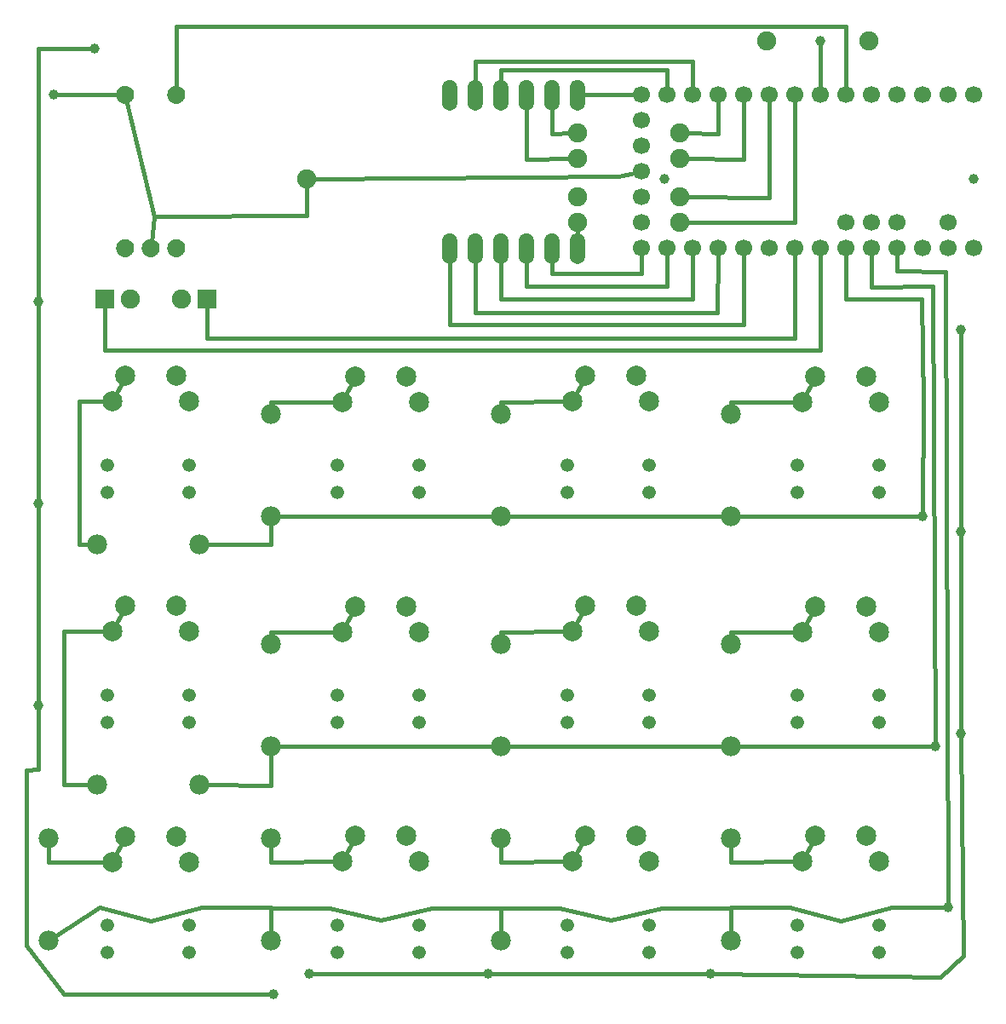
<source format=gbl>
G04 MADE WITH FRITZING*
G04 WWW.FRITZING.ORG*
G04 DOUBLE SIDED*
G04 HOLES PLATED*
G04 CONTOUR ON CENTER OF CONTOUR VECTOR*
%ASAXBY*%
%FSLAX23Y23*%
%MOIN*%
%OFA0B0*%
%SFA1.0B1.0*%
%ADD10C,0.039370*%
%ADD11C,0.066889*%
%ADD12C,0.075433*%
%ADD13C,0.075000*%
%ADD14C,0.078000*%
%ADD15C,0.070000*%
%ADD16C,0.052361*%
%ADD17C,0.078639*%
%ADD18C,0.058759*%
%ADD19R,0.075000X0.075000*%
%ADD20C,0.016000*%
%ADD21R,0.001000X0.001000*%
%LNCOPPER0*%
G90*
G70*
G54D10*
X220Y3587D03*
X1080Y67D03*
X2610Y3257D03*
G54D11*
X2520Y2987D03*
X2620Y2987D03*
X2720Y2987D03*
X2820Y2987D03*
X2920Y2987D03*
X3020Y2987D03*
X3120Y2987D03*
X3220Y2987D03*
X3320Y2987D03*
X3420Y2987D03*
X3520Y2987D03*
X3620Y2987D03*
X3720Y2987D03*
X3820Y2987D03*
X3720Y3087D03*
X3420Y3087D03*
X3520Y3087D03*
X2520Y3587D03*
X2620Y3587D03*
X2720Y3587D03*
X2820Y3587D03*
X2920Y3587D03*
X3020Y3587D03*
X3120Y3587D03*
X3220Y3587D03*
X3320Y3587D03*
X3420Y3587D03*
X3520Y3587D03*
X3620Y3587D03*
X3720Y3587D03*
X3820Y3587D03*
X3320Y3087D03*
X2520Y3387D03*
X2520Y3487D03*
X2520Y3287D03*
X2520Y3087D03*
X2520Y3187D03*
G54D10*
X3220Y3797D03*
X380Y3767D03*
X160Y2777D03*
G54D12*
X1210Y3257D03*
G54D13*
X3010Y3797D03*
X3410Y3797D03*
X2270Y3087D03*
X2670Y3087D03*
X2270Y3437D03*
X2670Y3437D03*
X2270Y3337D03*
X2670Y3337D03*
X2270Y3187D03*
X2670Y3187D03*
G54D14*
X200Y677D03*
X200Y277D03*
X200Y677D03*
X200Y277D03*
X200Y677D03*
X200Y277D03*
X1070Y677D03*
X1070Y277D03*
X1070Y677D03*
X1070Y277D03*
X1070Y677D03*
X1070Y277D03*
X1970Y677D03*
X1970Y277D03*
X1970Y677D03*
X1970Y277D03*
X1970Y677D03*
X1970Y277D03*
X2870Y677D03*
X2870Y277D03*
X2870Y677D03*
X2870Y277D03*
X2870Y677D03*
X2870Y277D03*
X2870Y1437D03*
X2870Y1037D03*
X2870Y1437D03*
X2870Y1037D03*
X2870Y1437D03*
X2870Y1037D03*
X1970Y1437D03*
X1970Y1037D03*
X1970Y1437D03*
X1970Y1037D03*
X1970Y1437D03*
X1970Y1037D03*
X1070Y1437D03*
X1070Y1037D03*
X1070Y1437D03*
X1070Y1037D03*
X1070Y1437D03*
X1070Y1037D03*
X390Y887D03*
X790Y887D03*
X390Y887D03*
X790Y887D03*
X390Y887D03*
X790Y887D03*
X2870Y2337D03*
X2870Y1937D03*
X2870Y2337D03*
X2870Y1937D03*
X2870Y2337D03*
X2870Y1937D03*
X1970Y2337D03*
X1970Y1937D03*
X1970Y2337D03*
X1970Y1937D03*
X1970Y2337D03*
X1970Y1937D03*
X1070Y2337D03*
X1070Y1937D03*
X1070Y2337D03*
X1070Y1937D03*
X1070Y2337D03*
X1070Y1937D03*
X390Y1827D03*
X790Y1827D03*
X390Y1827D03*
X790Y1827D03*
X390Y1827D03*
X790Y1827D03*
G54D13*
X820Y2787D03*
X720Y2787D03*
X820Y2787D03*
X720Y2787D03*
X420Y2787D03*
X520Y2787D03*
X420Y2787D03*
X520Y2787D03*
G54D15*
X500Y2987D03*
X600Y2987D03*
X700Y2987D03*
X500Y3587D03*
X700Y3587D03*
G54D16*
X750Y1238D03*
X431Y1238D03*
X750Y1132D03*
X431Y1132D03*
G54D17*
X450Y1487D03*
X500Y1587D03*
X700Y1587D03*
X750Y1487D03*
G54D16*
X750Y337D03*
X431Y337D03*
X750Y231D03*
X431Y231D03*
G54D17*
X450Y586D03*
X500Y686D03*
X700Y686D03*
X750Y586D03*
G54D16*
X3450Y2137D03*
X3131Y2137D03*
X3450Y2031D03*
X3131Y2031D03*
G54D17*
X3150Y2386D03*
X3200Y2486D03*
X3400Y2486D03*
X3450Y2386D03*
G54D16*
X2550Y2138D03*
X2231Y2138D03*
X2550Y2032D03*
X2231Y2032D03*
G54D17*
X2250Y2387D03*
X2300Y2487D03*
X2500Y2487D03*
X2550Y2387D03*
G54D16*
X1650Y2137D03*
X1331Y2137D03*
X1650Y2031D03*
X1331Y2031D03*
G54D17*
X1350Y2386D03*
X1400Y2486D03*
X1600Y2486D03*
X1650Y2386D03*
G54D16*
X750Y2138D03*
X431Y2138D03*
X750Y2032D03*
X431Y2032D03*
G54D17*
X451Y2387D03*
X500Y2487D03*
X700Y2487D03*
X750Y2387D03*
G54D16*
X3450Y1237D03*
X3131Y1237D03*
X3450Y1131D03*
X3131Y1131D03*
G54D17*
X3150Y1486D03*
X3200Y1586D03*
X3400Y1586D03*
X3450Y1486D03*
G54D16*
X2550Y1238D03*
X2231Y1238D03*
X2550Y1132D03*
X2231Y1132D03*
G54D17*
X2250Y1487D03*
X2300Y1587D03*
X2500Y1587D03*
X2550Y1487D03*
G54D16*
X1650Y1237D03*
X1331Y1237D03*
X1650Y1131D03*
X1331Y1131D03*
G54D17*
X1350Y1486D03*
X1400Y1586D03*
X1600Y1586D03*
X1650Y1486D03*
G54D16*
X1650Y338D03*
X1331Y338D03*
X1650Y232D03*
X1331Y232D03*
G54D17*
X1351Y587D03*
X1401Y687D03*
X1600Y687D03*
X1650Y587D03*
G54D16*
X2550Y338D03*
X2231Y338D03*
X2550Y232D03*
X2231Y232D03*
G54D17*
X2251Y587D03*
X2300Y687D03*
X2500Y687D03*
X2550Y587D03*
G54D16*
X3450Y338D03*
X3131Y338D03*
X3450Y232D03*
X3131Y232D03*
G54D17*
X3150Y587D03*
X3200Y687D03*
X3400Y687D03*
X3450Y587D03*
G54D10*
X3670Y1037D03*
X3720Y407D03*
X3820Y3257D03*
G54D18*
X1770Y3586D03*
X1870Y3586D03*
X1970Y3586D03*
X2070Y3586D03*
X2170Y3586D03*
X2270Y3587D03*
X1770Y2986D03*
X1870Y2986D03*
X1970Y2986D03*
X2070Y2986D03*
X2170Y2986D03*
X2270Y2987D03*
G54D10*
X3620Y1937D03*
X160Y1987D03*
X160Y1197D03*
X2790Y147D03*
X1920Y147D03*
X1220Y147D03*
X3770Y1087D03*
X3770Y1877D03*
X3770Y2667D03*
G54D19*
X820Y2787D03*
X820Y2787D03*
X420Y2787D03*
X420Y2787D03*
G54D20*
X3711Y2896D02*
X3720Y420D01*
D02*
X3520Y2898D02*
X3711Y2896D01*
D02*
X3520Y2962D02*
X3520Y2898D01*
D02*
X480Y3587D02*
X234Y3587D01*
D02*
X614Y3113D02*
X602Y3007D01*
D02*
X1211Y3116D02*
X614Y3113D01*
D02*
X1210Y3234D02*
X1211Y3116D01*
D02*
X614Y3113D02*
X505Y3567D01*
D02*
X160Y2764D02*
X160Y2000D01*
D02*
X160Y1974D02*
X160Y1210D01*
D02*
X112Y946D02*
X112Y257D01*
D02*
X112Y257D02*
X260Y68D01*
D02*
X160Y948D02*
X112Y946D01*
D02*
X260Y68D02*
X1067Y67D01*
D02*
X160Y1184D02*
X160Y948D01*
D02*
X1234Y147D02*
X1907Y147D01*
D02*
X1934Y147D02*
X2777Y147D01*
D02*
X3691Y136D02*
X3779Y218D01*
D02*
X3779Y218D02*
X3770Y1074D01*
D02*
X2804Y147D02*
X3691Y136D01*
D02*
X3770Y1100D02*
X3770Y1864D01*
D02*
X3770Y1890D02*
X3770Y2654D01*
D02*
X3220Y3784D02*
X3220Y3612D01*
D02*
X159Y3768D02*
X367Y3767D01*
D02*
X160Y2790D02*
X159Y3768D01*
D02*
X819Y2636D02*
X3119Y2636D01*
D02*
X3119Y2636D02*
X3120Y2962D01*
D02*
X820Y2764D02*
X819Y2636D01*
D02*
X3021Y3186D02*
X2693Y3187D01*
D02*
X3020Y3562D02*
X3021Y3186D01*
D02*
X3120Y3088D02*
X2693Y3087D01*
D02*
X3120Y3562D02*
X3120Y3088D01*
D02*
X2920Y3336D02*
X2693Y3337D01*
D02*
X2920Y3562D02*
X2920Y3336D01*
D02*
X2820Y3436D02*
X2693Y3437D01*
D02*
X2820Y3562D02*
X2820Y3436D01*
D02*
X600Y356D02*
X399Y407D01*
D02*
X399Y407D02*
X221Y291D01*
D02*
X801Y407D02*
X600Y356D01*
D02*
X1069Y407D02*
X801Y407D01*
D02*
X1070Y302D02*
X1069Y407D01*
D02*
X1499Y357D02*
X1699Y406D01*
D02*
X1299Y406D02*
X1499Y357D01*
D02*
X1699Y406D02*
X1971Y406D01*
D02*
X1971Y406D02*
X1970Y302D01*
D02*
X1070Y302D02*
X1070Y406D01*
D02*
X1971Y406D02*
X1970Y302D01*
D02*
X2200Y406D02*
X1971Y406D01*
D02*
X2600Y406D02*
X2400Y357D01*
D02*
X2400Y357D02*
X2200Y406D01*
D02*
X2870Y302D02*
X2870Y406D01*
D02*
X3301Y356D02*
X3100Y407D01*
D02*
X2869Y407D02*
X2870Y302D01*
D02*
X3499Y407D02*
X3301Y356D01*
D02*
X3100Y407D02*
X2869Y407D01*
D02*
X3707Y407D02*
X3499Y407D01*
D02*
X2845Y1037D02*
X1995Y1037D01*
D02*
X3657Y1037D02*
X2895Y1037D01*
D02*
X1945Y1037D02*
X1095Y1037D01*
D02*
X1070Y1012D02*
X1070Y885D01*
D02*
X2869Y2386D02*
X2870Y2362D01*
D02*
X3126Y2386D02*
X2869Y2386D01*
D02*
X1969Y2386D02*
X1970Y2362D01*
D02*
X2226Y2387D02*
X1969Y2386D01*
D02*
X1945Y1937D02*
X1095Y1937D01*
D02*
X2845Y1937D02*
X1995Y1937D01*
D02*
X3126Y587D02*
X2869Y586D01*
D02*
X2869Y586D02*
X2870Y652D01*
D02*
X3161Y609D02*
X3189Y666D01*
D02*
X2227Y587D02*
X1969Y586D01*
D02*
X1969Y586D02*
X1970Y652D01*
D02*
X2261Y609D02*
X2290Y666D01*
D02*
X1361Y609D02*
X1390Y665D01*
D02*
X1327Y587D02*
X1070Y586D01*
D02*
X1070Y586D02*
X1070Y652D01*
D02*
X461Y608D02*
X490Y665D01*
D02*
X426Y586D02*
X199Y586D01*
D02*
X199Y586D02*
X200Y652D01*
D02*
X461Y1509D02*
X489Y1566D01*
D02*
X1326Y1486D02*
X1070Y1486D01*
D02*
X1070Y1486D02*
X1070Y1462D01*
D02*
X1361Y1508D02*
X1390Y1565D01*
D02*
X2226Y1487D02*
X1969Y1486D01*
D02*
X1969Y1486D02*
X1970Y1462D01*
D02*
X2289Y1565D02*
X2261Y1509D01*
D02*
X3126Y1486D02*
X2869Y1486D01*
D02*
X2869Y1486D02*
X2869Y1462D01*
D02*
X3161Y1508D02*
X3190Y1565D01*
D02*
X3161Y2408D02*
X3190Y2465D01*
D02*
X2261Y2409D02*
X2289Y2466D01*
D02*
X1361Y2408D02*
X1390Y2465D01*
D02*
X461Y2409D02*
X490Y2466D01*
D02*
X1326Y2386D02*
X1070Y2386D01*
D02*
X1070Y2386D02*
X1070Y2362D01*
D02*
X3220Y2962D02*
X3221Y2587D01*
D02*
X3221Y2587D02*
X420Y2587D01*
D02*
X420Y2587D02*
X420Y2764D01*
D02*
X700Y3856D02*
X700Y3608D01*
D02*
X3320Y3856D02*
X700Y3856D01*
D02*
X3320Y3612D02*
X3320Y3856D01*
D02*
X3661Y2837D02*
X3421Y2835D01*
D02*
X3421Y2835D02*
X3420Y2962D01*
D02*
X3670Y1050D02*
X3661Y2837D01*
D02*
X1069Y1828D02*
X1070Y1912D01*
D02*
X815Y1827D02*
X1069Y1828D01*
D02*
X320Y2388D02*
X320Y1828D01*
D02*
X320Y1828D02*
X365Y1827D01*
D02*
X427Y2387D02*
X320Y2388D01*
D02*
X259Y889D02*
X260Y1488D01*
D02*
X260Y1488D02*
X426Y1487D01*
D02*
X365Y887D02*
X259Y889D01*
D02*
X2431Y3268D02*
X2495Y3282D01*
D02*
X1233Y3257D02*
X2431Y3268D01*
D02*
X2069Y3336D02*
X2070Y3565D01*
D02*
X1869Y3718D02*
X2721Y3718D01*
D02*
X2169Y2888D02*
X2170Y2965D01*
D02*
X2620Y3612D02*
X2620Y3686D01*
D02*
X2519Y2888D02*
X2169Y2888D01*
D02*
X2720Y2787D02*
X1969Y2787D01*
D02*
X2720Y2962D02*
X2720Y2787D01*
D02*
X1870Y3606D02*
X1869Y3718D01*
D02*
X2169Y3436D02*
X2170Y3565D01*
D02*
X2818Y2736D02*
X1871Y2736D01*
D02*
X2071Y2837D02*
X2070Y2965D01*
D02*
X2247Y3337D02*
X2069Y3336D01*
D02*
X1969Y2787D02*
X1970Y2965D01*
D02*
X2270Y3064D02*
X2270Y3008D01*
D02*
X2620Y2962D02*
X2619Y2837D01*
D02*
X2520Y2962D02*
X2519Y2888D01*
D02*
X2619Y2837D02*
X2071Y2837D01*
D02*
X2920Y2689D02*
X1770Y2689D01*
D02*
X1770Y2689D02*
X1770Y2965D01*
D02*
X1971Y3686D02*
X1970Y3606D01*
D02*
X2721Y3718D02*
X2720Y3612D01*
D02*
X2620Y3686D02*
X1970Y3686D01*
D02*
X2820Y2962D02*
X2818Y2736D01*
D02*
X2920Y2962D02*
X2920Y2689D01*
D02*
X2247Y3437D02*
X2169Y3436D01*
D02*
X2495Y3587D02*
X2291Y3587D01*
D02*
X1871Y2736D02*
X1870Y2965D01*
D02*
X3607Y1937D02*
X2895Y1937D01*
D02*
X3618Y2787D02*
X3321Y2788D01*
D02*
X3321Y2788D02*
X3320Y2962D01*
D02*
X3622Y2386D02*
X3618Y2787D01*
D02*
X3620Y1950D02*
X3622Y2386D01*
D02*
X1070Y885D02*
X815Y887D01*
D02*
X2870Y406D02*
X2600Y406D01*
D02*
X1070Y406D02*
X1299Y406D01*
G54D21*
X1770Y3646D02*
X1771Y3646D01*
X1870Y3646D02*
X1871Y3646D01*
X1970Y3646D02*
X1971Y3646D01*
X2070Y3646D02*
X2071Y3646D01*
X2170Y3646D02*
X2171Y3646D01*
X2269Y3646D02*
X2271Y3646D01*
X1763Y3645D02*
X1777Y3645D01*
X1863Y3645D02*
X1877Y3645D01*
X1963Y3645D02*
X1977Y3645D01*
X2063Y3645D02*
X2077Y3645D01*
X2163Y3645D02*
X2177Y3645D01*
X2263Y3645D02*
X2277Y3645D01*
X1760Y3644D02*
X1780Y3644D01*
X1860Y3644D02*
X1880Y3644D01*
X1960Y3644D02*
X1980Y3644D01*
X2060Y3644D02*
X2080Y3644D01*
X2160Y3644D02*
X2180Y3644D01*
X2260Y3644D02*
X2280Y3644D01*
X1757Y3643D02*
X1783Y3643D01*
X1857Y3643D02*
X1883Y3643D01*
X1957Y3643D02*
X1983Y3643D01*
X2057Y3643D02*
X2083Y3643D01*
X2157Y3643D02*
X2183Y3643D01*
X2257Y3643D02*
X2283Y3643D01*
X1756Y3642D02*
X1785Y3642D01*
X1856Y3642D02*
X1885Y3642D01*
X1956Y3642D02*
X1985Y3642D01*
X2056Y3642D02*
X2085Y3642D01*
X2156Y3642D02*
X2185Y3642D01*
X2256Y3642D02*
X2285Y3642D01*
X1754Y3641D02*
X1786Y3641D01*
X1854Y3641D02*
X1886Y3641D01*
X1954Y3641D02*
X1986Y3641D01*
X2054Y3641D02*
X2086Y3641D01*
X2154Y3641D02*
X2186Y3641D01*
X2254Y3641D02*
X2286Y3641D01*
X1753Y3640D02*
X1788Y3640D01*
X1853Y3640D02*
X1888Y3640D01*
X1953Y3640D02*
X1988Y3640D01*
X2053Y3640D02*
X2088Y3640D01*
X2153Y3640D02*
X2188Y3640D01*
X2252Y3640D02*
X2288Y3640D01*
X1751Y3639D02*
X1789Y3639D01*
X1851Y3639D02*
X1889Y3639D01*
X1951Y3639D02*
X1989Y3639D01*
X2051Y3639D02*
X2089Y3639D01*
X2151Y3639D02*
X2189Y3639D01*
X2251Y3639D02*
X2289Y3639D01*
X1750Y3638D02*
X1790Y3638D01*
X1850Y3638D02*
X1890Y3638D01*
X1950Y3638D02*
X1990Y3638D01*
X2050Y3638D02*
X2090Y3638D01*
X2150Y3638D02*
X2190Y3638D01*
X2250Y3638D02*
X2290Y3638D01*
X1749Y3637D02*
X1791Y3637D01*
X1849Y3637D02*
X1891Y3637D01*
X1949Y3637D02*
X1991Y3637D01*
X2049Y3637D02*
X2091Y3637D01*
X2149Y3637D02*
X2191Y3637D01*
X2249Y3637D02*
X2291Y3637D01*
X1748Y3636D02*
X1792Y3636D01*
X1848Y3636D02*
X1892Y3636D01*
X1948Y3636D02*
X1992Y3636D01*
X2048Y3636D02*
X2092Y3636D01*
X2148Y3636D02*
X2192Y3636D01*
X2248Y3636D02*
X2292Y3636D01*
X1747Y3635D02*
X1793Y3635D01*
X1847Y3635D02*
X1893Y3635D01*
X1947Y3635D02*
X1993Y3635D01*
X2047Y3635D02*
X2093Y3635D01*
X2147Y3635D02*
X2193Y3635D01*
X2247Y3635D02*
X2293Y3635D01*
X1747Y3634D02*
X1794Y3634D01*
X1847Y3634D02*
X1894Y3634D01*
X1947Y3634D02*
X1994Y3634D01*
X2047Y3634D02*
X2094Y3634D01*
X2147Y3634D02*
X2194Y3634D01*
X2247Y3634D02*
X2294Y3634D01*
X1746Y3633D02*
X1794Y3633D01*
X1846Y3633D02*
X1894Y3633D01*
X1946Y3633D02*
X1994Y3633D01*
X2046Y3633D02*
X2094Y3633D01*
X2146Y3633D02*
X2194Y3633D01*
X2246Y3633D02*
X2294Y3633D01*
X1745Y3632D02*
X1795Y3632D01*
X1845Y3632D02*
X1895Y3632D01*
X1945Y3632D02*
X1995Y3632D01*
X2045Y3632D02*
X2095Y3632D01*
X2145Y3632D02*
X2195Y3632D01*
X2245Y3632D02*
X2295Y3632D01*
X1745Y3631D02*
X1796Y3631D01*
X1845Y3631D02*
X1896Y3631D01*
X1945Y3631D02*
X1996Y3631D01*
X2045Y3631D02*
X2096Y3631D01*
X2145Y3631D02*
X2196Y3631D01*
X2245Y3631D02*
X2296Y3631D01*
X1744Y3630D02*
X1796Y3630D01*
X1844Y3630D02*
X1896Y3630D01*
X1944Y3630D02*
X1996Y3630D01*
X2044Y3630D02*
X2096Y3630D01*
X2144Y3630D02*
X2196Y3630D01*
X2244Y3630D02*
X2296Y3630D01*
X1744Y3629D02*
X1797Y3629D01*
X1844Y3629D02*
X1897Y3629D01*
X1944Y3629D02*
X1997Y3629D01*
X2044Y3629D02*
X2097Y3629D01*
X2144Y3629D02*
X2197Y3629D01*
X2243Y3629D02*
X2297Y3629D01*
X1743Y3628D02*
X1797Y3628D01*
X1843Y3628D02*
X1897Y3628D01*
X1943Y3628D02*
X1997Y3628D01*
X2043Y3628D02*
X2097Y3628D01*
X2143Y3628D02*
X2197Y3628D01*
X2243Y3628D02*
X2297Y3628D01*
X1743Y3627D02*
X1797Y3627D01*
X1843Y3627D02*
X1897Y3627D01*
X1943Y3627D02*
X1997Y3627D01*
X2043Y3627D02*
X2097Y3627D01*
X2143Y3627D02*
X2197Y3627D01*
X2243Y3627D02*
X2297Y3627D01*
X1742Y3626D02*
X1798Y3626D01*
X1842Y3626D02*
X1898Y3626D01*
X1942Y3626D02*
X1998Y3626D01*
X2042Y3626D02*
X2098Y3626D01*
X2142Y3626D02*
X2198Y3626D01*
X2242Y3626D02*
X2298Y3626D01*
X1742Y3625D02*
X1798Y3625D01*
X1842Y3625D02*
X1898Y3625D01*
X1942Y3625D02*
X1998Y3625D01*
X2042Y3625D02*
X2098Y3625D01*
X2142Y3625D02*
X2198Y3625D01*
X2242Y3625D02*
X2298Y3625D01*
X1742Y3624D02*
X1798Y3624D01*
X1842Y3624D02*
X1898Y3624D01*
X1942Y3624D02*
X1998Y3624D01*
X2042Y3624D02*
X2098Y3624D01*
X2142Y3624D02*
X2198Y3624D01*
X2242Y3624D02*
X2298Y3624D01*
X1741Y3623D02*
X1799Y3623D01*
X1841Y3623D02*
X1899Y3623D01*
X1941Y3623D02*
X1999Y3623D01*
X2041Y3623D02*
X2099Y3623D01*
X2141Y3623D02*
X2199Y3623D01*
X2241Y3623D02*
X2299Y3623D01*
X495Y3622D02*
X504Y3622D01*
X695Y3622D02*
X704Y3622D01*
X1741Y3622D02*
X1799Y3622D01*
X1841Y3622D02*
X1899Y3622D01*
X1941Y3622D02*
X1999Y3622D01*
X2041Y3622D02*
X2099Y3622D01*
X2141Y3622D02*
X2199Y3622D01*
X2241Y3622D02*
X2299Y3622D01*
X491Y3621D02*
X508Y3621D01*
X691Y3621D02*
X708Y3621D01*
X1741Y3621D02*
X1799Y3621D01*
X1841Y3621D02*
X1899Y3621D01*
X1941Y3621D02*
X1999Y3621D01*
X2041Y3621D02*
X2099Y3621D01*
X2141Y3621D02*
X2199Y3621D01*
X2241Y3621D02*
X2299Y3621D01*
X488Y3620D02*
X511Y3620D01*
X688Y3620D02*
X711Y3620D01*
X1741Y3620D02*
X1799Y3620D01*
X1841Y3620D02*
X1899Y3620D01*
X1941Y3620D02*
X1999Y3620D01*
X2041Y3620D02*
X2099Y3620D01*
X2141Y3620D02*
X2199Y3620D01*
X2241Y3620D02*
X2299Y3620D01*
X485Y3619D02*
X514Y3619D01*
X685Y3619D02*
X714Y3619D01*
X1741Y3619D02*
X1799Y3619D01*
X1841Y3619D02*
X1899Y3619D01*
X1941Y3619D02*
X1999Y3619D01*
X2041Y3619D02*
X2099Y3619D01*
X2141Y3619D02*
X2199Y3619D01*
X2241Y3619D02*
X2299Y3619D01*
X483Y3618D02*
X516Y3618D01*
X683Y3618D02*
X716Y3618D01*
X1741Y3618D02*
X1799Y3618D01*
X1841Y3618D02*
X1899Y3618D01*
X1941Y3618D02*
X1999Y3618D01*
X2041Y3618D02*
X2099Y3618D01*
X2141Y3618D02*
X2199Y3618D01*
X2241Y3618D02*
X2299Y3618D01*
X482Y3617D02*
X518Y3617D01*
X682Y3617D02*
X718Y3617D01*
X1741Y3617D02*
X1800Y3617D01*
X1841Y3617D02*
X1900Y3617D01*
X1941Y3617D02*
X2000Y3617D01*
X2041Y3617D02*
X2100Y3617D01*
X2141Y3617D02*
X2200Y3617D01*
X2241Y3617D02*
X2299Y3617D01*
X480Y3616D02*
X519Y3616D01*
X680Y3616D02*
X719Y3616D01*
X1741Y3616D02*
X1800Y3616D01*
X1841Y3616D02*
X1900Y3616D01*
X1941Y3616D02*
X2000Y3616D01*
X2041Y3616D02*
X2100Y3616D01*
X2141Y3616D02*
X2200Y3616D01*
X2241Y3616D02*
X2300Y3616D01*
X479Y3615D02*
X521Y3615D01*
X679Y3615D02*
X721Y3615D01*
X1741Y3615D02*
X1800Y3615D01*
X1841Y3615D02*
X1900Y3615D01*
X1941Y3615D02*
X2000Y3615D01*
X2041Y3615D02*
X2100Y3615D01*
X2141Y3615D02*
X2200Y3615D01*
X2241Y3615D02*
X2300Y3615D01*
X477Y3614D02*
X522Y3614D01*
X677Y3614D02*
X722Y3614D01*
X1741Y3614D02*
X1800Y3614D01*
X1841Y3614D02*
X1900Y3614D01*
X1941Y3614D02*
X2000Y3614D01*
X2041Y3614D02*
X2100Y3614D01*
X2141Y3614D02*
X2200Y3614D01*
X2241Y3614D02*
X2300Y3614D01*
X476Y3613D02*
X523Y3613D01*
X676Y3613D02*
X723Y3613D01*
X1741Y3613D02*
X1800Y3613D01*
X1841Y3613D02*
X1900Y3613D01*
X1941Y3613D02*
X2000Y3613D01*
X2041Y3613D02*
X2100Y3613D01*
X2141Y3613D02*
X2200Y3613D01*
X2241Y3613D02*
X2300Y3613D01*
X475Y3612D02*
X524Y3612D01*
X675Y3612D02*
X724Y3612D01*
X1741Y3612D02*
X1800Y3612D01*
X1841Y3612D02*
X1900Y3612D01*
X1941Y3612D02*
X2000Y3612D01*
X2041Y3612D02*
X2100Y3612D01*
X2141Y3612D02*
X2200Y3612D01*
X2241Y3612D02*
X2300Y3612D01*
X474Y3611D02*
X525Y3611D01*
X674Y3611D02*
X725Y3611D01*
X1741Y3611D02*
X1800Y3611D01*
X1841Y3611D02*
X1900Y3611D01*
X1941Y3611D02*
X2000Y3611D01*
X2041Y3611D02*
X2100Y3611D01*
X2141Y3611D02*
X2200Y3611D01*
X2241Y3611D02*
X2300Y3611D01*
X473Y3610D02*
X526Y3610D01*
X673Y3610D02*
X726Y3610D01*
X1741Y3610D02*
X1800Y3610D01*
X1841Y3610D02*
X1900Y3610D01*
X1941Y3610D02*
X2000Y3610D01*
X2041Y3610D02*
X2100Y3610D01*
X2141Y3610D02*
X2200Y3610D01*
X2241Y3610D02*
X2300Y3610D01*
X473Y3609D02*
X527Y3609D01*
X673Y3609D02*
X727Y3609D01*
X1741Y3609D02*
X1800Y3609D01*
X1841Y3609D02*
X1900Y3609D01*
X1941Y3609D02*
X2000Y3609D01*
X2041Y3609D02*
X2100Y3609D01*
X2141Y3609D02*
X2200Y3609D01*
X2241Y3609D02*
X2300Y3609D01*
X472Y3608D02*
X527Y3608D01*
X672Y3608D02*
X727Y3608D01*
X1741Y3608D02*
X1800Y3608D01*
X1841Y3608D02*
X1900Y3608D01*
X1941Y3608D02*
X2000Y3608D01*
X2041Y3608D02*
X2100Y3608D01*
X2141Y3608D02*
X2200Y3608D01*
X2241Y3608D02*
X2300Y3608D01*
X471Y3607D02*
X528Y3607D01*
X671Y3607D02*
X728Y3607D01*
X1741Y3607D02*
X1800Y3607D01*
X1841Y3607D02*
X1900Y3607D01*
X1941Y3607D02*
X2000Y3607D01*
X2041Y3607D02*
X2100Y3607D01*
X2141Y3607D02*
X2200Y3607D01*
X2241Y3607D02*
X2300Y3607D01*
X471Y3606D02*
X529Y3606D01*
X671Y3606D02*
X729Y3606D01*
X1741Y3606D02*
X1769Y3606D01*
X1771Y3606D02*
X1800Y3606D01*
X1841Y3606D02*
X1869Y3606D01*
X1871Y3606D02*
X1900Y3606D01*
X1941Y3606D02*
X1969Y3606D01*
X1971Y3606D02*
X2000Y3606D01*
X2041Y3606D02*
X2069Y3606D01*
X2071Y3606D02*
X2100Y3606D01*
X2141Y3606D02*
X2169Y3606D01*
X2171Y3606D02*
X2200Y3606D01*
X2241Y3606D02*
X2269Y3606D01*
X2271Y3606D02*
X2300Y3606D01*
X470Y3605D02*
X529Y3605D01*
X670Y3605D02*
X729Y3605D01*
X1741Y3605D02*
X1763Y3605D01*
X1777Y3605D02*
X1800Y3605D01*
X1841Y3605D02*
X1863Y3605D01*
X1877Y3605D02*
X1900Y3605D01*
X1941Y3605D02*
X1963Y3605D01*
X1977Y3605D02*
X2000Y3605D01*
X2041Y3605D02*
X2063Y3605D01*
X2077Y3605D02*
X2100Y3605D01*
X2141Y3605D02*
X2163Y3605D01*
X2177Y3605D02*
X2200Y3605D01*
X2241Y3605D02*
X2263Y3605D01*
X2277Y3605D02*
X2300Y3605D01*
X469Y3604D02*
X530Y3604D01*
X669Y3604D02*
X730Y3604D01*
X1741Y3604D02*
X1761Y3604D01*
X1779Y3604D02*
X1800Y3604D01*
X1841Y3604D02*
X1861Y3604D01*
X1879Y3604D02*
X1900Y3604D01*
X1941Y3604D02*
X1961Y3604D01*
X1979Y3604D02*
X2000Y3604D01*
X2041Y3604D02*
X2061Y3604D01*
X2079Y3604D02*
X2100Y3604D01*
X2141Y3604D02*
X2161Y3604D01*
X2179Y3604D02*
X2200Y3604D01*
X2241Y3604D02*
X2261Y3604D01*
X2279Y3604D02*
X2300Y3604D01*
X469Y3603D02*
X530Y3603D01*
X669Y3603D02*
X730Y3603D01*
X1741Y3603D02*
X1759Y3603D01*
X1781Y3603D02*
X1800Y3603D01*
X1841Y3603D02*
X1859Y3603D01*
X1881Y3603D02*
X1900Y3603D01*
X1941Y3603D02*
X1959Y3603D01*
X1981Y3603D02*
X2000Y3603D01*
X2041Y3603D02*
X2059Y3603D01*
X2081Y3603D02*
X2100Y3603D01*
X2141Y3603D02*
X2159Y3603D01*
X2181Y3603D02*
X2200Y3603D01*
X2241Y3603D02*
X2259Y3603D01*
X2281Y3603D02*
X2300Y3603D01*
X469Y3602D02*
X495Y3602D01*
X504Y3602D02*
X531Y3602D01*
X669Y3602D02*
X695Y3602D01*
X704Y3602D02*
X731Y3602D01*
X1741Y3602D02*
X1758Y3602D01*
X1782Y3602D02*
X1800Y3602D01*
X1841Y3602D02*
X1858Y3602D01*
X1882Y3602D02*
X1900Y3602D01*
X1941Y3602D02*
X1958Y3602D01*
X1982Y3602D02*
X2000Y3602D01*
X2041Y3602D02*
X2058Y3602D01*
X2082Y3602D02*
X2100Y3602D01*
X2141Y3602D02*
X2158Y3602D01*
X2182Y3602D02*
X2200Y3602D01*
X2241Y3602D02*
X2258Y3602D01*
X2282Y3602D02*
X2300Y3602D01*
X468Y3601D02*
X492Y3601D01*
X507Y3601D02*
X531Y3601D01*
X668Y3601D02*
X692Y3601D01*
X707Y3601D02*
X731Y3601D01*
X1741Y3601D02*
X1756Y3601D01*
X1784Y3601D02*
X1800Y3601D01*
X1841Y3601D02*
X1856Y3601D01*
X1884Y3601D02*
X1900Y3601D01*
X1941Y3601D02*
X1956Y3601D01*
X1984Y3601D02*
X2000Y3601D01*
X2041Y3601D02*
X2056Y3601D01*
X2084Y3601D02*
X2100Y3601D01*
X2141Y3601D02*
X2156Y3601D01*
X2184Y3601D02*
X2200Y3601D01*
X2241Y3601D02*
X2256Y3601D01*
X2284Y3601D02*
X2300Y3601D01*
X468Y3600D02*
X491Y3600D01*
X508Y3600D02*
X532Y3600D01*
X668Y3600D02*
X691Y3600D01*
X708Y3600D02*
X732Y3600D01*
X1741Y3600D02*
X1755Y3600D01*
X1785Y3600D02*
X1800Y3600D01*
X1841Y3600D02*
X1855Y3600D01*
X1885Y3600D02*
X1900Y3600D01*
X1941Y3600D02*
X1955Y3600D01*
X1985Y3600D02*
X2000Y3600D01*
X2041Y3600D02*
X2055Y3600D01*
X2085Y3600D02*
X2100Y3600D01*
X2141Y3600D02*
X2155Y3600D01*
X2185Y3600D02*
X2200Y3600D01*
X2241Y3600D02*
X2255Y3600D01*
X2285Y3600D02*
X2300Y3600D01*
X467Y3599D02*
X490Y3599D01*
X510Y3599D02*
X532Y3599D01*
X667Y3599D02*
X690Y3599D01*
X710Y3599D02*
X732Y3599D01*
X1741Y3599D02*
X1754Y3599D01*
X1786Y3599D02*
X1800Y3599D01*
X1841Y3599D02*
X1854Y3599D01*
X1886Y3599D02*
X1900Y3599D01*
X1941Y3599D02*
X1954Y3599D01*
X1986Y3599D02*
X2000Y3599D01*
X2041Y3599D02*
X2054Y3599D01*
X2086Y3599D02*
X2100Y3599D01*
X2141Y3599D02*
X2154Y3599D01*
X2186Y3599D02*
X2200Y3599D01*
X2241Y3599D02*
X2254Y3599D01*
X2286Y3599D02*
X2300Y3599D01*
X467Y3598D02*
X488Y3598D01*
X511Y3598D02*
X532Y3598D01*
X667Y3598D02*
X688Y3598D01*
X711Y3598D02*
X732Y3598D01*
X1741Y3598D02*
X1754Y3598D01*
X1786Y3598D02*
X1800Y3598D01*
X1841Y3598D02*
X1854Y3598D01*
X1886Y3598D02*
X1900Y3598D01*
X1941Y3598D02*
X1954Y3598D01*
X1986Y3598D02*
X2000Y3598D01*
X2041Y3598D02*
X2054Y3598D01*
X2086Y3598D02*
X2100Y3598D01*
X2141Y3598D02*
X2154Y3598D01*
X2186Y3598D02*
X2200Y3598D01*
X2241Y3598D02*
X2254Y3598D01*
X2286Y3598D02*
X2300Y3598D01*
X467Y3597D02*
X488Y3597D01*
X512Y3597D02*
X533Y3597D01*
X667Y3597D02*
X688Y3597D01*
X712Y3597D02*
X733Y3597D01*
X1741Y3597D02*
X1753Y3597D01*
X1787Y3597D02*
X1800Y3597D01*
X1841Y3597D02*
X1853Y3597D01*
X1887Y3597D02*
X1900Y3597D01*
X1941Y3597D02*
X1953Y3597D01*
X1987Y3597D02*
X2000Y3597D01*
X2041Y3597D02*
X2053Y3597D01*
X2087Y3597D02*
X2100Y3597D01*
X2141Y3597D02*
X2153Y3597D01*
X2187Y3597D02*
X2200Y3597D01*
X2241Y3597D02*
X2253Y3597D01*
X2287Y3597D02*
X2300Y3597D01*
X466Y3596D02*
X487Y3596D01*
X513Y3596D02*
X533Y3596D01*
X666Y3596D02*
X687Y3596D01*
X713Y3596D02*
X733Y3596D01*
X1741Y3596D02*
X1752Y3596D01*
X1788Y3596D02*
X1800Y3596D01*
X1841Y3596D02*
X1852Y3596D01*
X1888Y3596D02*
X1900Y3596D01*
X1941Y3596D02*
X1952Y3596D01*
X1988Y3596D02*
X2000Y3596D01*
X2041Y3596D02*
X2052Y3596D01*
X2088Y3596D02*
X2100Y3596D01*
X2141Y3596D02*
X2152Y3596D01*
X2188Y3596D02*
X2200Y3596D01*
X2241Y3596D02*
X2252Y3596D01*
X2288Y3596D02*
X2300Y3596D01*
X466Y3595D02*
X486Y3595D01*
X513Y3595D02*
X533Y3595D01*
X666Y3595D02*
X686Y3595D01*
X713Y3595D02*
X733Y3595D01*
X1741Y3595D02*
X1752Y3595D01*
X1788Y3595D02*
X1800Y3595D01*
X1841Y3595D02*
X1852Y3595D01*
X1888Y3595D02*
X1900Y3595D01*
X1941Y3595D02*
X1952Y3595D01*
X1988Y3595D02*
X2000Y3595D01*
X2041Y3595D02*
X2052Y3595D01*
X2088Y3595D02*
X2100Y3595D01*
X2141Y3595D02*
X2152Y3595D01*
X2188Y3595D02*
X2200Y3595D01*
X2241Y3595D02*
X2252Y3595D01*
X2288Y3595D02*
X2300Y3595D01*
X466Y3594D02*
X485Y3594D01*
X514Y3594D02*
X533Y3594D01*
X666Y3594D02*
X685Y3594D01*
X714Y3594D02*
X733Y3594D01*
X1741Y3594D02*
X1751Y3594D01*
X1789Y3594D02*
X1800Y3594D01*
X1841Y3594D02*
X1851Y3594D01*
X1889Y3594D02*
X1900Y3594D01*
X1941Y3594D02*
X1951Y3594D01*
X1989Y3594D02*
X2000Y3594D01*
X2041Y3594D02*
X2051Y3594D01*
X2089Y3594D02*
X2100Y3594D01*
X2141Y3594D02*
X2151Y3594D01*
X2189Y3594D02*
X2200Y3594D01*
X2241Y3594D02*
X2251Y3594D01*
X2289Y3594D02*
X2300Y3594D01*
X466Y3593D02*
X485Y3593D01*
X514Y3593D02*
X534Y3593D01*
X666Y3593D02*
X685Y3593D01*
X714Y3593D02*
X734Y3593D01*
X1741Y3593D02*
X1751Y3593D01*
X1789Y3593D02*
X1800Y3593D01*
X1841Y3593D02*
X1851Y3593D01*
X1889Y3593D02*
X1900Y3593D01*
X1941Y3593D02*
X1951Y3593D01*
X1989Y3593D02*
X2000Y3593D01*
X2041Y3593D02*
X2051Y3593D01*
X2089Y3593D02*
X2100Y3593D01*
X2141Y3593D02*
X2151Y3593D01*
X2189Y3593D02*
X2200Y3593D01*
X2241Y3593D02*
X2251Y3593D01*
X2289Y3593D02*
X2300Y3593D01*
X466Y3592D02*
X485Y3592D01*
X515Y3592D02*
X534Y3592D01*
X666Y3592D02*
X685Y3592D01*
X715Y3592D02*
X734Y3592D01*
X1741Y3592D02*
X1751Y3592D01*
X1790Y3592D02*
X1800Y3592D01*
X1841Y3592D02*
X1851Y3592D01*
X1890Y3592D02*
X1900Y3592D01*
X1941Y3592D02*
X1951Y3592D01*
X1990Y3592D02*
X2000Y3592D01*
X2041Y3592D02*
X2051Y3592D01*
X2090Y3592D02*
X2100Y3592D01*
X2141Y3592D02*
X2151Y3592D01*
X2190Y3592D02*
X2200Y3592D01*
X2241Y3592D02*
X2251Y3592D01*
X2290Y3592D02*
X2300Y3592D01*
X465Y3591D02*
X484Y3591D01*
X515Y3591D02*
X534Y3591D01*
X665Y3591D02*
X684Y3591D01*
X715Y3591D02*
X734Y3591D01*
X1741Y3591D02*
X1750Y3591D01*
X1790Y3591D02*
X1800Y3591D01*
X1841Y3591D02*
X1850Y3591D01*
X1890Y3591D02*
X1900Y3591D01*
X1941Y3591D02*
X1950Y3591D01*
X1990Y3591D02*
X2000Y3591D01*
X2041Y3591D02*
X2050Y3591D01*
X2090Y3591D02*
X2100Y3591D01*
X2141Y3591D02*
X2150Y3591D01*
X2190Y3591D02*
X2200Y3591D01*
X2241Y3591D02*
X2250Y3591D01*
X2290Y3591D02*
X2300Y3591D01*
X465Y3590D02*
X484Y3590D01*
X515Y3590D02*
X534Y3590D01*
X665Y3590D02*
X684Y3590D01*
X715Y3590D02*
X734Y3590D01*
X1741Y3590D02*
X1750Y3590D01*
X1790Y3590D02*
X1800Y3590D01*
X1841Y3590D02*
X1850Y3590D01*
X1890Y3590D02*
X1900Y3590D01*
X1941Y3590D02*
X1950Y3590D01*
X1990Y3590D02*
X2000Y3590D01*
X2041Y3590D02*
X2050Y3590D01*
X2090Y3590D02*
X2100Y3590D01*
X2141Y3590D02*
X2150Y3590D01*
X2190Y3590D02*
X2200Y3590D01*
X2241Y3590D02*
X2250Y3590D01*
X2290Y3590D02*
X2300Y3590D01*
X465Y3589D02*
X484Y3589D01*
X515Y3589D02*
X534Y3589D01*
X665Y3589D02*
X684Y3589D01*
X715Y3589D02*
X734Y3589D01*
X1741Y3589D02*
X1750Y3589D01*
X1790Y3589D02*
X1800Y3589D01*
X1841Y3589D02*
X1850Y3589D01*
X1890Y3589D02*
X1900Y3589D01*
X1941Y3589D02*
X1950Y3589D01*
X1990Y3589D02*
X2000Y3589D01*
X2041Y3589D02*
X2050Y3589D01*
X2090Y3589D02*
X2100Y3589D01*
X2141Y3589D02*
X2150Y3589D01*
X2190Y3589D02*
X2200Y3589D01*
X2241Y3589D02*
X2250Y3589D01*
X2290Y3589D02*
X2300Y3589D01*
X465Y3588D02*
X484Y3588D01*
X515Y3588D02*
X534Y3588D01*
X665Y3588D02*
X684Y3588D01*
X715Y3588D02*
X734Y3588D01*
X1741Y3588D02*
X1750Y3588D01*
X1790Y3588D02*
X1800Y3588D01*
X1841Y3588D02*
X1850Y3588D01*
X1890Y3588D02*
X1900Y3588D01*
X1941Y3588D02*
X1950Y3588D01*
X1990Y3588D02*
X2000Y3588D01*
X2041Y3588D02*
X2050Y3588D01*
X2090Y3588D02*
X2100Y3588D01*
X2141Y3588D02*
X2150Y3588D01*
X2190Y3588D02*
X2200Y3588D01*
X2241Y3588D02*
X2250Y3588D01*
X2290Y3588D02*
X2300Y3588D01*
X465Y3587D02*
X484Y3587D01*
X515Y3587D02*
X534Y3587D01*
X665Y3587D02*
X684Y3587D01*
X715Y3587D02*
X734Y3587D01*
X1741Y3587D02*
X1750Y3587D01*
X1790Y3587D02*
X1800Y3587D01*
X1841Y3587D02*
X1850Y3587D01*
X1890Y3587D02*
X1900Y3587D01*
X1941Y3587D02*
X1950Y3587D01*
X1990Y3587D02*
X2000Y3587D01*
X2041Y3587D02*
X2050Y3587D01*
X2090Y3587D02*
X2100Y3587D01*
X2141Y3587D02*
X2150Y3587D01*
X2190Y3587D02*
X2200Y3587D01*
X2241Y3587D02*
X2250Y3587D01*
X2290Y3587D02*
X2300Y3587D01*
X465Y3586D02*
X484Y3586D01*
X515Y3586D02*
X534Y3586D01*
X665Y3586D02*
X684Y3586D01*
X715Y3586D02*
X734Y3586D01*
X1741Y3586D02*
X1750Y3586D01*
X1791Y3586D02*
X1800Y3586D01*
X1841Y3586D02*
X1850Y3586D01*
X1891Y3586D02*
X1900Y3586D01*
X1941Y3586D02*
X1950Y3586D01*
X1991Y3586D02*
X2000Y3586D01*
X2041Y3586D02*
X2050Y3586D01*
X2091Y3586D02*
X2100Y3586D01*
X2141Y3586D02*
X2150Y3586D01*
X2191Y3586D02*
X2200Y3586D01*
X2241Y3586D02*
X2250Y3586D01*
X2291Y3586D02*
X2300Y3586D01*
X465Y3585D02*
X484Y3585D01*
X515Y3585D02*
X534Y3585D01*
X665Y3585D02*
X684Y3585D01*
X715Y3585D02*
X734Y3585D01*
X1741Y3585D02*
X1750Y3585D01*
X1790Y3585D02*
X1800Y3585D01*
X1841Y3585D02*
X1850Y3585D01*
X1890Y3585D02*
X1900Y3585D01*
X1941Y3585D02*
X1950Y3585D01*
X1990Y3585D02*
X2000Y3585D01*
X2041Y3585D02*
X2050Y3585D01*
X2090Y3585D02*
X2100Y3585D01*
X2141Y3585D02*
X2150Y3585D01*
X2190Y3585D02*
X2200Y3585D01*
X2241Y3585D02*
X2250Y3585D01*
X2290Y3585D02*
X2300Y3585D01*
X465Y3584D02*
X484Y3584D01*
X515Y3584D02*
X534Y3584D01*
X665Y3584D02*
X684Y3584D01*
X715Y3584D02*
X734Y3584D01*
X1741Y3584D02*
X1750Y3584D01*
X1790Y3584D02*
X1800Y3584D01*
X1841Y3584D02*
X1850Y3584D01*
X1890Y3584D02*
X1900Y3584D01*
X1941Y3584D02*
X1950Y3584D01*
X1990Y3584D02*
X2000Y3584D01*
X2041Y3584D02*
X2050Y3584D01*
X2090Y3584D02*
X2100Y3584D01*
X2141Y3584D02*
X2150Y3584D01*
X2190Y3584D02*
X2200Y3584D01*
X2241Y3584D02*
X2250Y3584D01*
X2290Y3584D02*
X2300Y3584D01*
X465Y3583D02*
X485Y3583D01*
X515Y3583D02*
X534Y3583D01*
X665Y3583D02*
X685Y3583D01*
X715Y3583D02*
X734Y3583D01*
X1741Y3583D02*
X1750Y3583D01*
X1790Y3583D02*
X1800Y3583D01*
X1841Y3583D02*
X1850Y3583D01*
X1890Y3583D02*
X1900Y3583D01*
X1941Y3583D02*
X1950Y3583D01*
X1990Y3583D02*
X2000Y3583D01*
X2041Y3583D02*
X2050Y3583D01*
X2090Y3583D02*
X2100Y3583D01*
X2141Y3583D02*
X2150Y3583D01*
X2190Y3583D02*
X2200Y3583D01*
X2241Y3583D02*
X2250Y3583D01*
X2290Y3583D02*
X2300Y3583D01*
X466Y3582D02*
X485Y3582D01*
X514Y3582D02*
X534Y3582D01*
X666Y3582D02*
X685Y3582D01*
X714Y3582D02*
X734Y3582D01*
X1741Y3582D02*
X1750Y3582D01*
X1790Y3582D02*
X1800Y3582D01*
X1841Y3582D02*
X1850Y3582D01*
X1890Y3582D02*
X1900Y3582D01*
X1941Y3582D02*
X1950Y3582D01*
X1990Y3582D02*
X2000Y3582D01*
X2041Y3582D02*
X2050Y3582D01*
X2090Y3582D02*
X2100Y3582D01*
X2141Y3582D02*
X2150Y3582D01*
X2190Y3582D02*
X2200Y3582D01*
X2241Y3582D02*
X2250Y3582D01*
X2290Y3582D02*
X2300Y3582D01*
X466Y3581D02*
X485Y3581D01*
X514Y3581D02*
X533Y3581D01*
X666Y3581D02*
X685Y3581D01*
X714Y3581D02*
X733Y3581D01*
X1741Y3581D02*
X1750Y3581D01*
X1790Y3581D02*
X1800Y3581D01*
X1841Y3581D02*
X1850Y3581D01*
X1890Y3581D02*
X1900Y3581D01*
X1941Y3581D02*
X1950Y3581D01*
X1990Y3581D02*
X2000Y3581D01*
X2041Y3581D02*
X2050Y3581D01*
X2090Y3581D02*
X2100Y3581D01*
X2141Y3581D02*
X2150Y3581D01*
X2190Y3581D02*
X2200Y3581D01*
X2241Y3581D02*
X2250Y3581D01*
X2290Y3581D02*
X2300Y3581D01*
X466Y3580D02*
X486Y3580D01*
X513Y3580D02*
X533Y3580D01*
X666Y3580D02*
X686Y3580D01*
X713Y3580D02*
X733Y3580D01*
X1741Y3580D02*
X1751Y3580D01*
X1790Y3580D02*
X1800Y3580D01*
X1841Y3580D02*
X1851Y3580D01*
X1890Y3580D02*
X1900Y3580D01*
X1941Y3580D02*
X1951Y3580D01*
X1990Y3580D02*
X2000Y3580D01*
X2041Y3580D02*
X2051Y3580D01*
X2090Y3580D02*
X2100Y3580D01*
X2141Y3580D02*
X2151Y3580D01*
X2190Y3580D02*
X2200Y3580D01*
X2241Y3580D02*
X2251Y3580D01*
X2289Y3580D02*
X2300Y3580D01*
X466Y3579D02*
X487Y3579D01*
X513Y3579D02*
X533Y3579D01*
X666Y3579D02*
X687Y3579D01*
X713Y3579D02*
X733Y3579D01*
X1741Y3579D02*
X1751Y3579D01*
X1789Y3579D02*
X1800Y3579D01*
X1841Y3579D02*
X1851Y3579D01*
X1889Y3579D02*
X1900Y3579D01*
X1941Y3579D02*
X1951Y3579D01*
X1989Y3579D02*
X2000Y3579D01*
X2041Y3579D02*
X2051Y3579D01*
X2089Y3579D02*
X2100Y3579D01*
X2141Y3579D02*
X2151Y3579D01*
X2189Y3579D02*
X2200Y3579D01*
X2241Y3579D02*
X2251Y3579D01*
X2289Y3579D02*
X2300Y3579D01*
X467Y3578D02*
X488Y3578D01*
X512Y3578D02*
X533Y3578D01*
X667Y3578D02*
X688Y3578D01*
X712Y3578D02*
X733Y3578D01*
X1741Y3578D02*
X1751Y3578D01*
X1789Y3578D02*
X1800Y3578D01*
X1841Y3578D02*
X1851Y3578D01*
X1889Y3578D02*
X1900Y3578D01*
X1941Y3578D02*
X1951Y3578D01*
X1989Y3578D02*
X2000Y3578D01*
X2041Y3578D02*
X2051Y3578D01*
X2089Y3578D02*
X2100Y3578D01*
X2141Y3578D02*
X2151Y3578D01*
X2189Y3578D02*
X2200Y3578D01*
X2241Y3578D02*
X2251Y3578D01*
X2289Y3578D02*
X2300Y3578D01*
X467Y3577D02*
X488Y3577D01*
X511Y3577D02*
X532Y3577D01*
X667Y3577D02*
X688Y3577D01*
X711Y3577D02*
X732Y3577D01*
X1741Y3577D02*
X1752Y3577D01*
X1788Y3577D02*
X1800Y3577D01*
X1841Y3577D02*
X1852Y3577D01*
X1888Y3577D02*
X1900Y3577D01*
X1941Y3577D02*
X1952Y3577D01*
X1988Y3577D02*
X2000Y3577D01*
X2041Y3577D02*
X2052Y3577D01*
X2088Y3577D02*
X2100Y3577D01*
X2141Y3577D02*
X2152Y3577D01*
X2188Y3577D02*
X2200Y3577D01*
X2241Y3577D02*
X2252Y3577D01*
X2288Y3577D02*
X2300Y3577D01*
X467Y3576D02*
X490Y3576D01*
X510Y3576D02*
X532Y3576D01*
X667Y3576D02*
X690Y3576D01*
X710Y3576D02*
X732Y3576D01*
X1741Y3576D02*
X1752Y3576D01*
X1788Y3576D02*
X1800Y3576D01*
X1841Y3576D02*
X1852Y3576D01*
X1888Y3576D02*
X1900Y3576D01*
X1941Y3576D02*
X1952Y3576D01*
X1988Y3576D02*
X2000Y3576D01*
X2041Y3576D02*
X2052Y3576D01*
X2088Y3576D02*
X2100Y3576D01*
X2141Y3576D02*
X2152Y3576D01*
X2188Y3576D02*
X2200Y3576D01*
X2241Y3576D02*
X2252Y3576D01*
X2288Y3576D02*
X2300Y3576D01*
X468Y3575D02*
X491Y3575D01*
X509Y3575D02*
X532Y3575D01*
X668Y3575D02*
X691Y3575D01*
X709Y3575D02*
X732Y3575D01*
X1741Y3575D02*
X1753Y3575D01*
X1787Y3575D02*
X1800Y3575D01*
X1841Y3575D02*
X1853Y3575D01*
X1887Y3575D02*
X1900Y3575D01*
X1941Y3575D02*
X1953Y3575D01*
X1987Y3575D02*
X2000Y3575D01*
X2041Y3575D02*
X2053Y3575D01*
X2087Y3575D02*
X2100Y3575D01*
X2141Y3575D02*
X2153Y3575D01*
X2187Y3575D02*
X2200Y3575D01*
X2241Y3575D02*
X2253Y3575D01*
X2287Y3575D02*
X2300Y3575D01*
X468Y3574D02*
X492Y3574D01*
X507Y3574D02*
X531Y3574D01*
X668Y3574D02*
X692Y3574D01*
X707Y3574D02*
X731Y3574D01*
X1741Y3574D02*
X1754Y3574D01*
X1786Y3574D02*
X1800Y3574D01*
X1841Y3574D02*
X1854Y3574D01*
X1886Y3574D02*
X1900Y3574D01*
X1941Y3574D02*
X1954Y3574D01*
X1986Y3574D02*
X2000Y3574D01*
X2041Y3574D02*
X2054Y3574D01*
X2086Y3574D02*
X2100Y3574D01*
X2141Y3574D02*
X2154Y3574D01*
X2186Y3574D02*
X2200Y3574D01*
X2241Y3574D02*
X2254Y3574D01*
X2286Y3574D02*
X2300Y3574D01*
X468Y3573D02*
X495Y3573D01*
X504Y3573D02*
X531Y3573D01*
X668Y3573D02*
X695Y3573D01*
X704Y3573D02*
X731Y3573D01*
X1741Y3573D02*
X1755Y3573D01*
X1786Y3573D02*
X1800Y3573D01*
X1841Y3573D02*
X1855Y3573D01*
X1886Y3573D02*
X1900Y3573D01*
X1941Y3573D02*
X1955Y3573D01*
X1986Y3573D02*
X2000Y3573D01*
X2041Y3573D02*
X2055Y3573D01*
X2086Y3573D02*
X2100Y3573D01*
X2141Y3573D02*
X2155Y3573D01*
X2186Y3573D02*
X2200Y3573D01*
X2241Y3573D02*
X2254Y3573D01*
X2286Y3573D02*
X2300Y3573D01*
X469Y3572D02*
X530Y3572D01*
X669Y3572D02*
X730Y3572D01*
X1741Y3572D02*
X1755Y3572D01*
X1785Y3572D02*
X1800Y3572D01*
X1841Y3572D02*
X1855Y3572D01*
X1885Y3572D02*
X1900Y3572D01*
X1941Y3572D02*
X1955Y3572D01*
X1985Y3572D02*
X2000Y3572D01*
X2041Y3572D02*
X2055Y3572D01*
X2085Y3572D02*
X2100Y3572D01*
X2141Y3572D02*
X2155Y3572D01*
X2185Y3572D02*
X2200Y3572D01*
X2241Y3572D02*
X2255Y3572D01*
X2285Y3572D02*
X2300Y3572D01*
X469Y3571D02*
X530Y3571D01*
X669Y3571D02*
X730Y3571D01*
X1741Y3571D02*
X1757Y3571D01*
X1784Y3571D02*
X1800Y3571D01*
X1841Y3571D02*
X1857Y3571D01*
X1884Y3571D02*
X1900Y3571D01*
X1941Y3571D02*
X1957Y3571D01*
X1984Y3571D02*
X2000Y3571D01*
X2041Y3571D02*
X2057Y3571D01*
X2084Y3571D02*
X2100Y3571D01*
X2141Y3571D02*
X2157Y3571D01*
X2184Y3571D02*
X2200Y3571D01*
X2241Y3571D02*
X2257Y3571D01*
X2284Y3571D02*
X2300Y3571D01*
X470Y3570D02*
X529Y3570D01*
X670Y3570D02*
X729Y3570D01*
X1741Y3570D02*
X1758Y3570D01*
X1782Y3570D02*
X1800Y3570D01*
X1841Y3570D02*
X1858Y3570D01*
X1882Y3570D02*
X1900Y3570D01*
X1941Y3570D02*
X1958Y3570D01*
X1982Y3570D02*
X2000Y3570D01*
X2041Y3570D02*
X2058Y3570D01*
X2082Y3570D02*
X2100Y3570D01*
X2141Y3570D02*
X2158Y3570D01*
X2182Y3570D02*
X2200Y3570D01*
X2241Y3570D02*
X2258Y3570D01*
X2282Y3570D02*
X2300Y3570D01*
X471Y3569D02*
X529Y3569D01*
X671Y3569D02*
X729Y3569D01*
X1741Y3569D02*
X1759Y3569D01*
X1781Y3569D02*
X1800Y3569D01*
X1841Y3569D02*
X1859Y3569D01*
X1881Y3569D02*
X1900Y3569D01*
X1941Y3569D02*
X1959Y3569D01*
X1981Y3569D02*
X2000Y3569D01*
X2041Y3569D02*
X2059Y3569D01*
X2081Y3569D02*
X2100Y3569D01*
X2141Y3569D02*
X2159Y3569D01*
X2181Y3569D02*
X2200Y3569D01*
X2241Y3569D02*
X2259Y3569D01*
X2281Y3569D02*
X2300Y3569D01*
X471Y3568D02*
X528Y3568D01*
X671Y3568D02*
X728Y3568D01*
X1741Y3568D02*
X1761Y3568D01*
X1779Y3568D02*
X1800Y3568D01*
X1841Y3568D02*
X1861Y3568D01*
X1879Y3568D02*
X1900Y3568D01*
X1941Y3568D02*
X1961Y3568D01*
X1979Y3568D02*
X2000Y3568D01*
X2041Y3568D02*
X2061Y3568D01*
X2079Y3568D02*
X2100Y3568D01*
X2141Y3568D02*
X2161Y3568D01*
X2179Y3568D02*
X2200Y3568D01*
X2241Y3568D02*
X2261Y3568D01*
X2279Y3568D02*
X2300Y3568D01*
X472Y3567D02*
X527Y3567D01*
X672Y3567D02*
X727Y3567D01*
X1741Y3567D02*
X1764Y3567D01*
X1776Y3567D02*
X1800Y3567D01*
X1841Y3567D02*
X1864Y3567D01*
X1876Y3567D02*
X1900Y3567D01*
X1941Y3567D02*
X1964Y3567D01*
X1976Y3567D02*
X2000Y3567D01*
X2041Y3567D02*
X2064Y3567D01*
X2076Y3567D02*
X2100Y3567D01*
X2141Y3567D02*
X2164Y3567D01*
X2176Y3567D02*
X2200Y3567D01*
X2241Y3567D02*
X2264Y3567D01*
X2276Y3567D02*
X2300Y3567D01*
X473Y3566D02*
X527Y3566D01*
X673Y3566D02*
X727Y3566D01*
X1741Y3566D02*
X1800Y3566D01*
X1841Y3566D02*
X1900Y3566D01*
X1941Y3566D02*
X2000Y3566D01*
X2041Y3566D02*
X2100Y3566D01*
X2141Y3566D02*
X2200Y3566D01*
X2241Y3566D02*
X2300Y3566D01*
X473Y3565D02*
X526Y3565D01*
X673Y3565D02*
X726Y3565D01*
X1741Y3565D02*
X1800Y3565D01*
X1841Y3565D02*
X1900Y3565D01*
X1941Y3565D02*
X2000Y3565D01*
X2041Y3565D02*
X2100Y3565D01*
X2141Y3565D02*
X2200Y3565D01*
X2241Y3565D02*
X2300Y3565D01*
X474Y3564D02*
X525Y3564D01*
X674Y3564D02*
X725Y3564D01*
X1741Y3564D02*
X1800Y3564D01*
X1841Y3564D02*
X1900Y3564D01*
X1941Y3564D02*
X2000Y3564D01*
X2041Y3564D02*
X2100Y3564D01*
X2141Y3564D02*
X2200Y3564D01*
X2241Y3564D02*
X2300Y3564D01*
X475Y3563D02*
X524Y3563D01*
X675Y3563D02*
X724Y3563D01*
X1741Y3563D02*
X1800Y3563D01*
X1841Y3563D02*
X1900Y3563D01*
X1941Y3563D02*
X2000Y3563D01*
X2041Y3563D02*
X2100Y3563D01*
X2141Y3563D02*
X2200Y3563D01*
X2241Y3563D02*
X2300Y3563D01*
X476Y3562D02*
X523Y3562D01*
X676Y3562D02*
X723Y3562D01*
X1741Y3562D02*
X1800Y3562D01*
X1841Y3562D02*
X1900Y3562D01*
X1941Y3562D02*
X2000Y3562D01*
X2041Y3562D02*
X2100Y3562D01*
X2141Y3562D02*
X2200Y3562D01*
X2241Y3562D02*
X2300Y3562D01*
X477Y3561D02*
X522Y3561D01*
X677Y3561D02*
X722Y3561D01*
X1741Y3561D02*
X1800Y3561D01*
X1841Y3561D02*
X1900Y3561D01*
X1941Y3561D02*
X2000Y3561D01*
X2041Y3561D02*
X2100Y3561D01*
X2141Y3561D02*
X2200Y3561D01*
X2241Y3561D02*
X2300Y3561D01*
X479Y3560D02*
X521Y3560D01*
X679Y3560D02*
X721Y3560D01*
X1741Y3560D02*
X1800Y3560D01*
X1841Y3560D02*
X1900Y3560D01*
X1941Y3560D02*
X2000Y3560D01*
X2041Y3560D02*
X2100Y3560D01*
X2141Y3560D02*
X2200Y3560D01*
X2241Y3560D02*
X2300Y3560D01*
X480Y3559D02*
X519Y3559D01*
X680Y3559D02*
X719Y3559D01*
X1741Y3559D02*
X1800Y3559D01*
X1841Y3559D02*
X1900Y3559D01*
X1941Y3559D02*
X2000Y3559D01*
X2041Y3559D02*
X2100Y3559D01*
X2141Y3559D02*
X2200Y3559D01*
X2241Y3559D02*
X2300Y3559D01*
X482Y3558D02*
X518Y3558D01*
X682Y3558D02*
X718Y3558D01*
X1741Y3558D02*
X1800Y3558D01*
X1841Y3558D02*
X1900Y3558D01*
X1941Y3558D02*
X2000Y3558D01*
X2041Y3558D02*
X2100Y3558D01*
X2141Y3558D02*
X2200Y3558D01*
X2241Y3558D02*
X2300Y3558D01*
X483Y3557D02*
X516Y3557D01*
X683Y3557D02*
X716Y3557D01*
X1741Y3557D02*
X1800Y3557D01*
X1841Y3557D02*
X1900Y3557D01*
X1941Y3557D02*
X2000Y3557D01*
X2041Y3557D02*
X2100Y3557D01*
X2141Y3557D02*
X2200Y3557D01*
X2241Y3557D02*
X2300Y3557D01*
X485Y3556D02*
X514Y3556D01*
X685Y3556D02*
X714Y3556D01*
X1741Y3556D02*
X1800Y3556D01*
X1841Y3556D02*
X1900Y3556D01*
X1941Y3556D02*
X2000Y3556D01*
X2041Y3556D02*
X2100Y3556D01*
X2141Y3556D02*
X2200Y3556D01*
X2241Y3556D02*
X2300Y3556D01*
X488Y3555D02*
X512Y3555D01*
X688Y3555D02*
X712Y3555D01*
X1741Y3555D02*
X1799Y3555D01*
X1841Y3555D02*
X1899Y3555D01*
X1941Y3555D02*
X1999Y3555D01*
X2041Y3555D02*
X2099Y3555D01*
X2141Y3555D02*
X2199Y3555D01*
X2241Y3555D02*
X2299Y3555D01*
X490Y3554D02*
X509Y3554D01*
X690Y3554D02*
X709Y3554D01*
X1741Y3554D02*
X1799Y3554D01*
X1841Y3554D02*
X1899Y3554D01*
X1941Y3554D02*
X1999Y3554D01*
X2041Y3554D02*
X2099Y3554D01*
X2141Y3554D02*
X2199Y3554D01*
X2241Y3554D02*
X2299Y3554D01*
X495Y3553D02*
X505Y3553D01*
X695Y3553D02*
X705Y3553D01*
X1741Y3553D02*
X1799Y3553D01*
X1841Y3553D02*
X1899Y3553D01*
X1941Y3553D02*
X1999Y3553D01*
X2041Y3553D02*
X2099Y3553D01*
X2141Y3553D02*
X2199Y3553D01*
X2241Y3553D02*
X2299Y3553D01*
X1741Y3552D02*
X1799Y3552D01*
X1841Y3552D02*
X1899Y3552D01*
X1941Y3552D02*
X1999Y3552D01*
X2041Y3552D02*
X2099Y3552D01*
X2141Y3552D02*
X2199Y3552D01*
X2241Y3552D02*
X2299Y3552D01*
X1741Y3551D02*
X1799Y3551D01*
X1841Y3551D02*
X1899Y3551D01*
X1941Y3551D02*
X1999Y3551D01*
X2041Y3551D02*
X2099Y3551D01*
X2141Y3551D02*
X2199Y3551D01*
X2241Y3551D02*
X2299Y3551D01*
X1741Y3550D02*
X1799Y3550D01*
X1841Y3550D02*
X1899Y3550D01*
X1941Y3550D02*
X1999Y3550D01*
X2041Y3550D02*
X2099Y3550D01*
X2141Y3550D02*
X2199Y3550D01*
X2241Y3550D02*
X2299Y3550D01*
X1741Y3549D02*
X1799Y3549D01*
X1841Y3549D02*
X1899Y3549D01*
X1941Y3549D02*
X1999Y3549D01*
X2041Y3549D02*
X2099Y3549D01*
X2141Y3549D02*
X2199Y3549D01*
X2241Y3549D02*
X2299Y3549D01*
X1742Y3548D02*
X1798Y3548D01*
X1842Y3548D02*
X1898Y3548D01*
X1942Y3548D02*
X1998Y3548D01*
X2042Y3548D02*
X2098Y3548D01*
X2142Y3548D02*
X2198Y3548D01*
X2242Y3548D02*
X2298Y3548D01*
X1742Y3547D02*
X1798Y3547D01*
X1842Y3547D02*
X1898Y3547D01*
X1942Y3547D02*
X1998Y3547D01*
X2042Y3547D02*
X2098Y3547D01*
X2142Y3547D02*
X2198Y3547D01*
X2242Y3547D02*
X2298Y3547D01*
X1742Y3546D02*
X1798Y3546D01*
X1842Y3546D02*
X1898Y3546D01*
X1942Y3546D02*
X1998Y3546D01*
X2042Y3546D02*
X2098Y3546D01*
X2142Y3546D02*
X2198Y3546D01*
X2242Y3546D02*
X2298Y3546D01*
X1743Y3545D02*
X1797Y3545D01*
X1843Y3545D02*
X1897Y3545D01*
X1943Y3545D02*
X1997Y3545D01*
X2043Y3545D02*
X2097Y3545D01*
X2143Y3545D02*
X2197Y3545D01*
X2243Y3545D02*
X2297Y3545D01*
X1743Y3544D02*
X1797Y3544D01*
X1843Y3544D02*
X1897Y3544D01*
X1943Y3544D02*
X1997Y3544D01*
X2043Y3544D02*
X2097Y3544D01*
X2143Y3544D02*
X2197Y3544D01*
X2243Y3544D02*
X2297Y3544D01*
X1744Y3543D02*
X1797Y3543D01*
X1844Y3543D02*
X1897Y3543D01*
X1944Y3543D02*
X1997Y3543D01*
X2044Y3543D02*
X2097Y3543D01*
X2144Y3543D02*
X2197Y3543D01*
X2244Y3543D02*
X2297Y3543D01*
X1744Y3542D02*
X1796Y3542D01*
X1844Y3542D02*
X1896Y3542D01*
X1944Y3542D02*
X1996Y3542D01*
X2044Y3542D02*
X2096Y3542D01*
X2144Y3542D02*
X2196Y3542D01*
X2244Y3542D02*
X2296Y3542D01*
X1745Y3541D02*
X1795Y3541D01*
X1845Y3541D02*
X1895Y3541D01*
X1945Y3541D02*
X1995Y3541D01*
X2045Y3541D02*
X2095Y3541D01*
X2145Y3541D02*
X2195Y3541D01*
X2245Y3541D02*
X2295Y3541D01*
X1745Y3540D02*
X1795Y3540D01*
X1845Y3540D02*
X1895Y3540D01*
X1945Y3540D02*
X1995Y3540D01*
X2045Y3540D02*
X2095Y3540D01*
X2145Y3540D02*
X2195Y3540D01*
X2245Y3540D02*
X2295Y3540D01*
X1746Y3539D02*
X1794Y3539D01*
X1846Y3539D02*
X1894Y3539D01*
X1946Y3539D02*
X1994Y3539D01*
X2046Y3539D02*
X2094Y3539D01*
X2146Y3539D02*
X2194Y3539D01*
X2246Y3539D02*
X2294Y3539D01*
X1747Y3538D02*
X1793Y3538D01*
X1847Y3538D02*
X1893Y3538D01*
X1947Y3538D02*
X1993Y3538D01*
X2047Y3538D02*
X2093Y3538D01*
X2147Y3538D02*
X2193Y3538D01*
X2247Y3538D02*
X2293Y3538D01*
X1747Y3537D02*
X1793Y3537D01*
X1847Y3537D02*
X1893Y3537D01*
X1947Y3537D02*
X1993Y3537D01*
X2047Y3537D02*
X2093Y3537D01*
X2147Y3537D02*
X2193Y3537D01*
X2247Y3537D02*
X2293Y3537D01*
X1748Y3536D02*
X1792Y3536D01*
X1848Y3536D02*
X1892Y3536D01*
X1948Y3536D02*
X1992Y3536D01*
X2048Y3536D02*
X2092Y3536D01*
X2148Y3536D02*
X2192Y3536D01*
X2248Y3536D02*
X2292Y3536D01*
X1749Y3535D02*
X1791Y3535D01*
X1849Y3535D02*
X1891Y3535D01*
X1949Y3535D02*
X1991Y3535D01*
X2049Y3535D02*
X2091Y3535D01*
X2149Y3535D02*
X2191Y3535D01*
X2249Y3535D02*
X2291Y3535D01*
X1750Y3534D02*
X1790Y3534D01*
X1850Y3534D02*
X1890Y3534D01*
X1950Y3534D02*
X1990Y3534D01*
X2050Y3534D02*
X2090Y3534D01*
X2150Y3534D02*
X2190Y3534D01*
X2250Y3534D02*
X2290Y3534D01*
X1751Y3533D02*
X1789Y3533D01*
X1851Y3533D02*
X1889Y3533D01*
X1951Y3533D02*
X1989Y3533D01*
X2051Y3533D02*
X2089Y3533D01*
X2151Y3533D02*
X2189Y3533D01*
X2251Y3533D02*
X2289Y3533D01*
X1753Y3532D02*
X1787Y3532D01*
X1853Y3532D02*
X1887Y3532D01*
X1953Y3532D02*
X1987Y3532D01*
X2053Y3532D02*
X2087Y3532D01*
X2153Y3532D02*
X2187Y3532D01*
X2253Y3532D02*
X2287Y3532D01*
X1754Y3531D02*
X1786Y3531D01*
X1854Y3531D02*
X1886Y3531D01*
X1954Y3531D02*
X1986Y3531D01*
X2054Y3531D02*
X2086Y3531D01*
X2154Y3531D02*
X2186Y3531D01*
X2254Y3531D02*
X2286Y3531D01*
X1756Y3530D02*
X1784Y3530D01*
X1856Y3530D02*
X1884Y3530D01*
X1956Y3530D02*
X1984Y3530D01*
X2056Y3530D02*
X2084Y3530D01*
X2156Y3530D02*
X2184Y3530D01*
X2256Y3530D02*
X2284Y3530D01*
X1758Y3529D02*
X1782Y3529D01*
X1858Y3529D02*
X1882Y3529D01*
X1958Y3529D02*
X1982Y3529D01*
X2058Y3529D02*
X2082Y3529D01*
X2158Y3529D02*
X2182Y3529D01*
X2258Y3529D02*
X2282Y3529D01*
X1760Y3528D02*
X1780Y3528D01*
X1860Y3528D02*
X1880Y3528D01*
X1960Y3528D02*
X1980Y3528D01*
X2060Y3528D02*
X2080Y3528D01*
X2160Y3528D02*
X2180Y3528D01*
X2260Y3528D02*
X2280Y3528D01*
X1763Y3527D02*
X1777Y3527D01*
X1863Y3527D02*
X1877Y3527D01*
X1963Y3527D02*
X1977Y3527D01*
X2063Y3527D02*
X2077Y3527D01*
X2163Y3527D02*
X2177Y3527D01*
X2263Y3527D02*
X2277Y3527D01*
X1770Y3046D02*
X1771Y3046D01*
X1870Y3046D02*
X1871Y3046D01*
X1970Y3046D02*
X1971Y3046D01*
X2070Y3046D02*
X2071Y3046D01*
X2170Y3046D02*
X2171Y3046D01*
X2269Y3046D02*
X2271Y3046D01*
X1763Y3045D02*
X1777Y3045D01*
X1863Y3045D02*
X1877Y3045D01*
X1963Y3045D02*
X1977Y3045D01*
X2063Y3045D02*
X2077Y3045D01*
X2163Y3045D02*
X2177Y3045D01*
X2263Y3045D02*
X2277Y3045D01*
X1760Y3044D02*
X1780Y3044D01*
X1860Y3044D02*
X1880Y3044D01*
X1960Y3044D02*
X1980Y3044D01*
X2060Y3044D02*
X2080Y3044D01*
X2160Y3044D02*
X2180Y3044D01*
X2260Y3044D02*
X2280Y3044D01*
X1757Y3043D02*
X1783Y3043D01*
X1857Y3043D02*
X1883Y3043D01*
X1957Y3043D02*
X1983Y3043D01*
X2057Y3043D02*
X2083Y3043D01*
X2157Y3043D02*
X2183Y3043D01*
X2257Y3043D02*
X2283Y3043D01*
X1756Y3042D02*
X1785Y3042D01*
X1856Y3042D02*
X1885Y3042D01*
X1956Y3042D02*
X1985Y3042D01*
X2056Y3042D02*
X2085Y3042D01*
X2156Y3042D02*
X2185Y3042D01*
X2256Y3042D02*
X2285Y3042D01*
X1754Y3041D02*
X1786Y3041D01*
X1854Y3041D02*
X1886Y3041D01*
X1954Y3041D02*
X1986Y3041D01*
X2054Y3041D02*
X2086Y3041D01*
X2154Y3041D02*
X2186Y3041D01*
X2254Y3041D02*
X2286Y3041D01*
X1753Y3040D02*
X1788Y3040D01*
X1853Y3040D02*
X1888Y3040D01*
X1953Y3040D02*
X1988Y3040D01*
X2053Y3040D02*
X2088Y3040D01*
X2153Y3040D02*
X2188Y3040D01*
X2252Y3040D02*
X2288Y3040D01*
X1751Y3039D02*
X1789Y3039D01*
X1851Y3039D02*
X1889Y3039D01*
X1951Y3039D02*
X1989Y3039D01*
X2051Y3039D02*
X2089Y3039D01*
X2151Y3039D02*
X2189Y3039D01*
X2251Y3039D02*
X2289Y3039D01*
X1750Y3038D02*
X1790Y3038D01*
X1850Y3038D02*
X1890Y3038D01*
X1950Y3038D02*
X1990Y3038D01*
X2050Y3038D02*
X2090Y3038D01*
X2150Y3038D02*
X2190Y3038D01*
X2250Y3038D02*
X2290Y3038D01*
X1749Y3037D02*
X1791Y3037D01*
X1849Y3037D02*
X1891Y3037D01*
X1949Y3037D02*
X1991Y3037D01*
X2049Y3037D02*
X2091Y3037D01*
X2149Y3037D02*
X2191Y3037D01*
X2249Y3037D02*
X2291Y3037D01*
X1748Y3036D02*
X1792Y3036D01*
X1848Y3036D02*
X1892Y3036D01*
X1948Y3036D02*
X1992Y3036D01*
X2048Y3036D02*
X2092Y3036D01*
X2148Y3036D02*
X2192Y3036D01*
X2248Y3036D02*
X2292Y3036D01*
X1747Y3035D02*
X1793Y3035D01*
X1847Y3035D02*
X1893Y3035D01*
X1947Y3035D02*
X1993Y3035D01*
X2047Y3035D02*
X2093Y3035D01*
X2147Y3035D02*
X2193Y3035D01*
X2247Y3035D02*
X2293Y3035D01*
X1747Y3034D02*
X1794Y3034D01*
X1847Y3034D02*
X1894Y3034D01*
X1947Y3034D02*
X1994Y3034D01*
X2047Y3034D02*
X2094Y3034D01*
X2147Y3034D02*
X2194Y3034D01*
X2247Y3034D02*
X2294Y3034D01*
X1746Y3033D02*
X1794Y3033D01*
X1846Y3033D02*
X1894Y3033D01*
X1946Y3033D02*
X1994Y3033D01*
X2046Y3033D02*
X2094Y3033D01*
X2146Y3033D02*
X2194Y3033D01*
X2246Y3033D02*
X2294Y3033D01*
X1745Y3032D02*
X1795Y3032D01*
X1845Y3032D02*
X1895Y3032D01*
X1945Y3032D02*
X1995Y3032D01*
X2045Y3032D02*
X2095Y3032D01*
X2145Y3032D02*
X2195Y3032D01*
X2245Y3032D02*
X2295Y3032D01*
X1745Y3031D02*
X1796Y3031D01*
X1845Y3031D02*
X1896Y3031D01*
X1945Y3031D02*
X1996Y3031D01*
X2045Y3031D02*
X2096Y3031D01*
X2145Y3031D02*
X2196Y3031D01*
X2245Y3031D02*
X2296Y3031D01*
X1744Y3030D02*
X1796Y3030D01*
X1844Y3030D02*
X1896Y3030D01*
X1944Y3030D02*
X1996Y3030D01*
X2044Y3030D02*
X2096Y3030D01*
X2144Y3030D02*
X2196Y3030D01*
X2244Y3030D02*
X2296Y3030D01*
X1744Y3029D02*
X1797Y3029D01*
X1844Y3029D02*
X1897Y3029D01*
X1944Y3029D02*
X1997Y3029D01*
X2044Y3029D02*
X2097Y3029D01*
X2144Y3029D02*
X2197Y3029D01*
X2243Y3029D02*
X2297Y3029D01*
X1743Y3028D02*
X1797Y3028D01*
X1843Y3028D02*
X1897Y3028D01*
X1943Y3028D02*
X1997Y3028D01*
X2043Y3028D02*
X2097Y3028D01*
X2143Y3028D02*
X2197Y3028D01*
X2243Y3028D02*
X2297Y3028D01*
X1743Y3027D02*
X1797Y3027D01*
X1843Y3027D02*
X1897Y3027D01*
X1943Y3027D02*
X1997Y3027D01*
X2043Y3027D02*
X2097Y3027D01*
X2143Y3027D02*
X2197Y3027D01*
X2243Y3027D02*
X2297Y3027D01*
X1742Y3026D02*
X1798Y3026D01*
X1842Y3026D02*
X1898Y3026D01*
X1942Y3026D02*
X1998Y3026D01*
X2042Y3026D02*
X2098Y3026D01*
X2142Y3026D02*
X2198Y3026D01*
X2242Y3026D02*
X2298Y3026D01*
X1742Y3025D02*
X1798Y3025D01*
X1842Y3025D02*
X1898Y3025D01*
X1942Y3025D02*
X1998Y3025D01*
X2042Y3025D02*
X2098Y3025D01*
X2142Y3025D02*
X2198Y3025D01*
X2242Y3025D02*
X2298Y3025D01*
X1742Y3024D02*
X1798Y3024D01*
X1842Y3024D02*
X1898Y3024D01*
X1942Y3024D02*
X1998Y3024D01*
X2042Y3024D02*
X2098Y3024D01*
X2142Y3024D02*
X2198Y3024D01*
X2242Y3024D02*
X2298Y3024D01*
X1741Y3023D02*
X1799Y3023D01*
X1841Y3023D02*
X1899Y3023D01*
X1941Y3023D02*
X1999Y3023D01*
X2041Y3023D02*
X2099Y3023D01*
X2141Y3023D02*
X2199Y3023D01*
X2241Y3023D02*
X2299Y3023D01*
X495Y3022D02*
X504Y3022D01*
X595Y3022D02*
X604Y3022D01*
X695Y3022D02*
X704Y3022D01*
X1741Y3022D02*
X1799Y3022D01*
X1841Y3022D02*
X1899Y3022D01*
X1941Y3022D02*
X1999Y3022D01*
X2041Y3022D02*
X2099Y3022D01*
X2141Y3022D02*
X2199Y3022D01*
X2241Y3022D02*
X2299Y3022D01*
X491Y3021D02*
X509Y3021D01*
X591Y3021D02*
X609Y3021D01*
X691Y3021D02*
X709Y3021D01*
X1741Y3021D02*
X1799Y3021D01*
X1841Y3021D02*
X1899Y3021D01*
X1941Y3021D02*
X1999Y3021D01*
X2041Y3021D02*
X2099Y3021D01*
X2141Y3021D02*
X2199Y3021D01*
X2241Y3021D02*
X2299Y3021D01*
X488Y3020D02*
X512Y3020D01*
X588Y3020D02*
X612Y3020D01*
X688Y3020D02*
X712Y3020D01*
X1741Y3020D02*
X1799Y3020D01*
X1841Y3020D02*
X1899Y3020D01*
X1941Y3020D02*
X1999Y3020D01*
X2041Y3020D02*
X2099Y3020D01*
X2141Y3020D02*
X2199Y3020D01*
X2241Y3020D02*
X2299Y3020D01*
X485Y3019D02*
X514Y3019D01*
X585Y3019D02*
X614Y3019D01*
X685Y3019D02*
X714Y3019D01*
X1741Y3019D02*
X1799Y3019D01*
X1841Y3019D02*
X1899Y3019D01*
X1941Y3019D02*
X1999Y3019D01*
X2041Y3019D02*
X2099Y3019D01*
X2141Y3019D02*
X2199Y3019D01*
X2241Y3019D02*
X2299Y3019D01*
X483Y3018D02*
X516Y3018D01*
X583Y3018D02*
X616Y3018D01*
X683Y3018D02*
X716Y3018D01*
X1741Y3018D02*
X1799Y3018D01*
X1841Y3018D02*
X1899Y3018D01*
X1941Y3018D02*
X1999Y3018D01*
X2041Y3018D02*
X2099Y3018D01*
X2141Y3018D02*
X2199Y3018D01*
X2241Y3018D02*
X2299Y3018D01*
X482Y3017D02*
X518Y3017D01*
X582Y3017D02*
X618Y3017D01*
X682Y3017D02*
X718Y3017D01*
X1741Y3017D02*
X1800Y3017D01*
X1841Y3017D02*
X1900Y3017D01*
X1941Y3017D02*
X2000Y3017D01*
X2041Y3017D02*
X2100Y3017D01*
X2141Y3017D02*
X2200Y3017D01*
X2241Y3017D02*
X2299Y3017D01*
X480Y3016D02*
X519Y3016D01*
X580Y3016D02*
X619Y3016D01*
X680Y3016D02*
X719Y3016D01*
X1741Y3016D02*
X1800Y3016D01*
X1841Y3016D02*
X1900Y3016D01*
X1941Y3016D02*
X2000Y3016D01*
X2041Y3016D02*
X2100Y3016D01*
X2141Y3016D02*
X2200Y3016D01*
X2241Y3016D02*
X2300Y3016D01*
X479Y3015D02*
X521Y3015D01*
X579Y3015D02*
X621Y3015D01*
X679Y3015D02*
X721Y3015D01*
X1741Y3015D02*
X1800Y3015D01*
X1841Y3015D02*
X1900Y3015D01*
X1941Y3015D02*
X2000Y3015D01*
X2041Y3015D02*
X2100Y3015D01*
X2141Y3015D02*
X2200Y3015D01*
X2241Y3015D02*
X2300Y3015D01*
X477Y3014D02*
X522Y3014D01*
X577Y3014D02*
X622Y3014D01*
X677Y3014D02*
X722Y3014D01*
X1741Y3014D02*
X1800Y3014D01*
X1841Y3014D02*
X1900Y3014D01*
X1941Y3014D02*
X2000Y3014D01*
X2041Y3014D02*
X2100Y3014D01*
X2141Y3014D02*
X2200Y3014D01*
X2241Y3014D02*
X2300Y3014D01*
X476Y3013D02*
X523Y3013D01*
X576Y3013D02*
X623Y3013D01*
X676Y3013D02*
X723Y3013D01*
X1741Y3013D02*
X1800Y3013D01*
X1841Y3013D02*
X1900Y3013D01*
X1941Y3013D02*
X2000Y3013D01*
X2041Y3013D02*
X2100Y3013D01*
X2141Y3013D02*
X2200Y3013D01*
X2241Y3013D02*
X2300Y3013D01*
X475Y3012D02*
X524Y3012D01*
X575Y3012D02*
X624Y3012D01*
X675Y3012D02*
X724Y3012D01*
X1741Y3012D02*
X1800Y3012D01*
X1841Y3012D02*
X1900Y3012D01*
X1941Y3012D02*
X2000Y3012D01*
X2041Y3012D02*
X2100Y3012D01*
X2141Y3012D02*
X2200Y3012D01*
X2241Y3012D02*
X2300Y3012D01*
X474Y3011D02*
X525Y3011D01*
X574Y3011D02*
X625Y3011D01*
X674Y3011D02*
X725Y3011D01*
X1741Y3011D02*
X1800Y3011D01*
X1841Y3011D02*
X1900Y3011D01*
X1941Y3011D02*
X2000Y3011D01*
X2041Y3011D02*
X2100Y3011D01*
X2141Y3011D02*
X2200Y3011D01*
X2241Y3011D02*
X2300Y3011D01*
X473Y3010D02*
X526Y3010D01*
X573Y3010D02*
X626Y3010D01*
X673Y3010D02*
X726Y3010D01*
X1741Y3010D02*
X1800Y3010D01*
X1841Y3010D02*
X1900Y3010D01*
X1941Y3010D02*
X2000Y3010D01*
X2041Y3010D02*
X2100Y3010D01*
X2141Y3010D02*
X2200Y3010D01*
X2241Y3010D02*
X2300Y3010D01*
X473Y3009D02*
X527Y3009D01*
X573Y3009D02*
X627Y3009D01*
X673Y3009D02*
X727Y3009D01*
X1741Y3009D02*
X1800Y3009D01*
X1841Y3009D02*
X1900Y3009D01*
X1941Y3009D02*
X2000Y3009D01*
X2041Y3009D02*
X2100Y3009D01*
X2141Y3009D02*
X2200Y3009D01*
X2241Y3009D02*
X2300Y3009D01*
X472Y3008D02*
X527Y3008D01*
X572Y3008D02*
X627Y3008D01*
X672Y3008D02*
X727Y3008D01*
X1741Y3008D02*
X1800Y3008D01*
X1841Y3008D02*
X1900Y3008D01*
X1941Y3008D02*
X2000Y3008D01*
X2041Y3008D02*
X2100Y3008D01*
X2141Y3008D02*
X2200Y3008D01*
X2241Y3008D02*
X2300Y3008D01*
X471Y3007D02*
X528Y3007D01*
X571Y3007D02*
X628Y3007D01*
X671Y3007D02*
X728Y3007D01*
X1741Y3007D02*
X1800Y3007D01*
X1841Y3007D02*
X1900Y3007D01*
X1941Y3007D02*
X2000Y3007D01*
X2041Y3007D02*
X2100Y3007D01*
X2141Y3007D02*
X2200Y3007D01*
X2241Y3007D02*
X2300Y3007D01*
X471Y3006D02*
X529Y3006D01*
X571Y3006D02*
X629Y3006D01*
X671Y3006D02*
X729Y3006D01*
X1741Y3006D02*
X1769Y3006D01*
X1771Y3006D02*
X1800Y3006D01*
X1841Y3006D02*
X1869Y3006D01*
X1871Y3006D02*
X1900Y3006D01*
X1941Y3006D02*
X1969Y3006D01*
X1971Y3006D02*
X2000Y3006D01*
X2041Y3006D02*
X2069Y3006D01*
X2071Y3006D02*
X2100Y3006D01*
X2141Y3006D02*
X2169Y3006D01*
X2171Y3006D02*
X2200Y3006D01*
X2241Y3006D02*
X2269Y3006D01*
X2271Y3006D02*
X2300Y3006D01*
X470Y3005D02*
X529Y3005D01*
X570Y3005D02*
X629Y3005D01*
X670Y3005D02*
X729Y3005D01*
X1741Y3005D02*
X1763Y3005D01*
X1777Y3005D02*
X1800Y3005D01*
X1841Y3005D02*
X1863Y3005D01*
X1877Y3005D02*
X1900Y3005D01*
X1941Y3005D02*
X1963Y3005D01*
X1977Y3005D02*
X2000Y3005D01*
X2041Y3005D02*
X2063Y3005D01*
X2077Y3005D02*
X2100Y3005D01*
X2141Y3005D02*
X2163Y3005D01*
X2177Y3005D02*
X2200Y3005D01*
X2241Y3005D02*
X2263Y3005D01*
X2277Y3005D02*
X2300Y3005D01*
X469Y3004D02*
X530Y3004D01*
X569Y3004D02*
X630Y3004D01*
X669Y3004D02*
X730Y3004D01*
X1741Y3004D02*
X1761Y3004D01*
X1779Y3004D02*
X1800Y3004D01*
X1841Y3004D02*
X1861Y3004D01*
X1879Y3004D02*
X1900Y3004D01*
X1941Y3004D02*
X1961Y3004D01*
X1979Y3004D02*
X2000Y3004D01*
X2041Y3004D02*
X2061Y3004D01*
X2079Y3004D02*
X2100Y3004D01*
X2141Y3004D02*
X2161Y3004D01*
X2179Y3004D02*
X2200Y3004D01*
X2241Y3004D02*
X2261Y3004D01*
X2279Y3004D02*
X2300Y3004D01*
X469Y3003D02*
X530Y3003D01*
X569Y3003D02*
X630Y3003D01*
X669Y3003D02*
X730Y3003D01*
X1741Y3003D02*
X1759Y3003D01*
X1781Y3003D02*
X1800Y3003D01*
X1841Y3003D02*
X1859Y3003D01*
X1881Y3003D02*
X1900Y3003D01*
X1941Y3003D02*
X1959Y3003D01*
X1981Y3003D02*
X2000Y3003D01*
X2041Y3003D02*
X2059Y3003D01*
X2081Y3003D02*
X2100Y3003D01*
X2141Y3003D02*
X2159Y3003D01*
X2181Y3003D02*
X2200Y3003D01*
X2241Y3003D02*
X2259Y3003D01*
X2281Y3003D02*
X2300Y3003D01*
X468Y3002D02*
X495Y3002D01*
X504Y3002D02*
X531Y3002D01*
X568Y3002D02*
X595Y3002D01*
X604Y3002D02*
X631Y3002D01*
X668Y3002D02*
X695Y3002D01*
X704Y3002D02*
X731Y3002D01*
X1741Y3002D02*
X1758Y3002D01*
X1782Y3002D02*
X1800Y3002D01*
X1841Y3002D02*
X1858Y3002D01*
X1882Y3002D02*
X1900Y3002D01*
X1941Y3002D02*
X1958Y3002D01*
X1982Y3002D02*
X2000Y3002D01*
X2041Y3002D02*
X2058Y3002D01*
X2082Y3002D02*
X2100Y3002D01*
X2141Y3002D02*
X2158Y3002D01*
X2182Y3002D02*
X2200Y3002D01*
X2241Y3002D02*
X2258Y3002D01*
X2282Y3002D02*
X2300Y3002D01*
X468Y3001D02*
X492Y3001D01*
X507Y3001D02*
X531Y3001D01*
X568Y3001D02*
X592Y3001D01*
X607Y3001D02*
X631Y3001D01*
X668Y3001D02*
X692Y3001D01*
X707Y3001D02*
X731Y3001D01*
X1741Y3001D02*
X1756Y3001D01*
X1784Y3001D02*
X1800Y3001D01*
X1841Y3001D02*
X1856Y3001D01*
X1884Y3001D02*
X1900Y3001D01*
X1941Y3001D02*
X1956Y3001D01*
X1984Y3001D02*
X2000Y3001D01*
X2041Y3001D02*
X2056Y3001D01*
X2084Y3001D02*
X2100Y3001D01*
X2141Y3001D02*
X2156Y3001D01*
X2184Y3001D02*
X2200Y3001D01*
X2241Y3001D02*
X2256Y3001D01*
X2284Y3001D02*
X2300Y3001D01*
X468Y3000D02*
X491Y3000D01*
X509Y3000D02*
X532Y3000D01*
X568Y3000D02*
X591Y3000D01*
X609Y3000D02*
X632Y3000D01*
X668Y3000D02*
X691Y3000D01*
X709Y3000D02*
X732Y3000D01*
X1741Y3000D02*
X1755Y3000D01*
X1785Y3000D02*
X1800Y3000D01*
X1841Y3000D02*
X1855Y3000D01*
X1885Y3000D02*
X1900Y3000D01*
X1941Y3000D02*
X1955Y3000D01*
X1985Y3000D02*
X2000Y3000D01*
X2041Y3000D02*
X2055Y3000D01*
X2085Y3000D02*
X2100Y3000D01*
X2141Y3000D02*
X2155Y3000D01*
X2185Y3000D02*
X2200Y3000D01*
X2241Y3000D02*
X2255Y3000D01*
X2285Y3000D02*
X2300Y3000D01*
X467Y2999D02*
X490Y2999D01*
X510Y2999D02*
X532Y2999D01*
X567Y2999D02*
X590Y2999D01*
X610Y2999D02*
X632Y2999D01*
X667Y2999D02*
X690Y2999D01*
X710Y2999D02*
X732Y2999D01*
X1741Y2999D02*
X1754Y2999D01*
X1786Y2999D02*
X1800Y2999D01*
X1841Y2999D02*
X1854Y2999D01*
X1886Y2999D02*
X1900Y2999D01*
X1941Y2999D02*
X1954Y2999D01*
X1986Y2999D02*
X2000Y2999D01*
X2041Y2999D02*
X2054Y2999D01*
X2086Y2999D02*
X2100Y2999D01*
X2141Y2999D02*
X2154Y2999D01*
X2186Y2999D02*
X2200Y2999D01*
X2241Y2999D02*
X2254Y2999D01*
X2286Y2999D02*
X2300Y2999D01*
X467Y2998D02*
X488Y2998D01*
X511Y2998D02*
X532Y2998D01*
X567Y2998D02*
X588Y2998D01*
X611Y2998D02*
X632Y2998D01*
X667Y2998D02*
X688Y2998D01*
X711Y2998D02*
X732Y2998D01*
X1741Y2998D02*
X1754Y2998D01*
X1786Y2998D02*
X1800Y2998D01*
X1841Y2998D02*
X1854Y2998D01*
X1886Y2998D02*
X1900Y2998D01*
X1941Y2998D02*
X1954Y2998D01*
X1986Y2998D02*
X2000Y2998D01*
X2041Y2998D02*
X2054Y2998D01*
X2086Y2998D02*
X2100Y2998D01*
X2141Y2998D02*
X2154Y2998D01*
X2186Y2998D02*
X2200Y2998D01*
X2241Y2998D02*
X2254Y2998D01*
X2286Y2998D02*
X2300Y2998D01*
X467Y2997D02*
X488Y2997D01*
X512Y2997D02*
X533Y2997D01*
X567Y2997D02*
X588Y2997D01*
X612Y2997D02*
X633Y2997D01*
X667Y2997D02*
X688Y2997D01*
X712Y2997D02*
X733Y2997D01*
X1741Y2997D02*
X1753Y2997D01*
X1787Y2997D02*
X1800Y2997D01*
X1841Y2997D02*
X1853Y2997D01*
X1887Y2997D02*
X1900Y2997D01*
X1941Y2997D02*
X1953Y2997D01*
X1987Y2997D02*
X2000Y2997D01*
X2041Y2997D02*
X2053Y2997D01*
X2087Y2997D02*
X2100Y2997D01*
X2141Y2997D02*
X2153Y2997D01*
X2187Y2997D02*
X2200Y2997D01*
X2241Y2997D02*
X2253Y2997D01*
X2287Y2997D02*
X2300Y2997D01*
X466Y2996D02*
X487Y2996D01*
X513Y2996D02*
X533Y2996D01*
X566Y2996D02*
X587Y2996D01*
X613Y2996D02*
X633Y2996D01*
X666Y2996D02*
X687Y2996D01*
X713Y2996D02*
X733Y2996D01*
X1741Y2996D02*
X1752Y2996D01*
X1788Y2996D02*
X1800Y2996D01*
X1841Y2996D02*
X1852Y2996D01*
X1888Y2996D02*
X1900Y2996D01*
X1941Y2996D02*
X1952Y2996D01*
X1988Y2996D02*
X2000Y2996D01*
X2041Y2996D02*
X2052Y2996D01*
X2088Y2996D02*
X2100Y2996D01*
X2141Y2996D02*
X2152Y2996D01*
X2188Y2996D02*
X2200Y2996D01*
X2241Y2996D02*
X2252Y2996D01*
X2288Y2996D02*
X2300Y2996D01*
X466Y2995D02*
X486Y2995D01*
X513Y2995D02*
X533Y2995D01*
X566Y2995D02*
X586Y2995D01*
X613Y2995D02*
X633Y2995D01*
X666Y2995D02*
X686Y2995D01*
X713Y2995D02*
X733Y2995D01*
X1741Y2995D02*
X1752Y2995D01*
X1788Y2995D02*
X1800Y2995D01*
X1841Y2995D02*
X1852Y2995D01*
X1888Y2995D02*
X1900Y2995D01*
X1941Y2995D02*
X1952Y2995D01*
X1988Y2995D02*
X2000Y2995D01*
X2041Y2995D02*
X2052Y2995D01*
X2088Y2995D02*
X2100Y2995D01*
X2141Y2995D02*
X2152Y2995D01*
X2188Y2995D02*
X2200Y2995D01*
X2241Y2995D02*
X2252Y2995D01*
X2288Y2995D02*
X2300Y2995D01*
X466Y2994D02*
X485Y2994D01*
X514Y2994D02*
X533Y2994D01*
X566Y2994D02*
X585Y2994D01*
X614Y2994D02*
X633Y2994D01*
X666Y2994D02*
X685Y2994D01*
X714Y2994D02*
X733Y2994D01*
X1741Y2994D02*
X1751Y2994D01*
X1789Y2994D02*
X1800Y2994D01*
X1841Y2994D02*
X1851Y2994D01*
X1889Y2994D02*
X1900Y2994D01*
X1941Y2994D02*
X1951Y2994D01*
X1989Y2994D02*
X2000Y2994D01*
X2041Y2994D02*
X2051Y2994D01*
X2089Y2994D02*
X2100Y2994D01*
X2141Y2994D02*
X2151Y2994D01*
X2189Y2994D02*
X2200Y2994D01*
X2241Y2994D02*
X2251Y2994D01*
X2289Y2994D02*
X2300Y2994D01*
X466Y2993D02*
X485Y2993D01*
X514Y2993D02*
X534Y2993D01*
X566Y2993D02*
X585Y2993D01*
X614Y2993D02*
X634Y2993D01*
X666Y2993D02*
X685Y2993D01*
X714Y2993D02*
X734Y2993D01*
X1741Y2993D02*
X1751Y2993D01*
X1789Y2993D02*
X1800Y2993D01*
X1841Y2993D02*
X1851Y2993D01*
X1889Y2993D02*
X1900Y2993D01*
X1941Y2993D02*
X1951Y2993D01*
X1989Y2993D02*
X2000Y2993D01*
X2041Y2993D02*
X2051Y2993D01*
X2089Y2993D02*
X2100Y2993D01*
X2141Y2993D02*
X2151Y2993D01*
X2189Y2993D02*
X2200Y2993D01*
X2241Y2993D02*
X2251Y2993D01*
X2289Y2993D02*
X2300Y2993D01*
X466Y2992D02*
X485Y2992D01*
X515Y2992D02*
X534Y2992D01*
X566Y2992D02*
X585Y2992D01*
X615Y2992D02*
X634Y2992D01*
X666Y2992D02*
X685Y2992D01*
X715Y2992D02*
X734Y2992D01*
X1741Y2992D02*
X1751Y2992D01*
X1790Y2992D02*
X1800Y2992D01*
X1841Y2992D02*
X1851Y2992D01*
X1890Y2992D02*
X1900Y2992D01*
X1941Y2992D02*
X1951Y2992D01*
X1990Y2992D02*
X2000Y2992D01*
X2041Y2992D02*
X2051Y2992D01*
X2090Y2992D02*
X2100Y2992D01*
X2141Y2992D02*
X2151Y2992D01*
X2190Y2992D02*
X2200Y2992D01*
X2241Y2992D02*
X2251Y2992D01*
X2290Y2992D02*
X2300Y2992D01*
X465Y2991D02*
X484Y2991D01*
X515Y2991D02*
X534Y2991D01*
X565Y2991D02*
X584Y2991D01*
X615Y2991D02*
X634Y2991D01*
X665Y2991D02*
X684Y2991D01*
X715Y2991D02*
X734Y2991D01*
X1741Y2991D02*
X1750Y2991D01*
X1790Y2991D02*
X1800Y2991D01*
X1841Y2991D02*
X1850Y2991D01*
X1890Y2991D02*
X1900Y2991D01*
X1941Y2991D02*
X1950Y2991D01*
X1990Y2991D02*
X2000Y2991D01*
X2041Y2991D02*
X2050Y2991D01*
X2090Y2991D02*
X2100Y2991D01*
X2141Y2991D02*
X2150Y2991D01*
X2190Y2991D02*
X2200Y2991D01*
X2241Y2991D02*
X2250Y2991D01*
X2290Y2991D02*
X2300Y2991D01*
X465Y2990D02*
X484Y2990D01*
X515Y2990D02*
X534Y2990D01*
X565Y2990D02*
X584Y2990D01*
X615Y2990D02*
X634Y2990D01*
X665Y2990D02*
X684Y2990D01*
X715Y2990D02*
X734Y2990D01*
X1741Y2990D02*
X1750Y2990D01*
X1790Y2990D02*
X1800Y2990D01*
X1841Y2990D02*
X1850Y2990D01*
X1890Y2990D02*
X1900Y2990D01*
X1941Y2990D02*
X1950Y2990D01*
X1990Y2990D02*
X2000Y2990D01*
X2041Y2990D02*
X2050Y2990D01*
X2090Y2990D02*
X2100Y2990D01*
X2141Y2990D02*
X2150Y2990D01*
X2190Y2990D02*
X2200Y2990D01*
X2241Y2990D02*
X2250Y2990D01*
X2290Y2990D02*
X2300Y2990D01*
X465Y2989D02*
X484Y2989D01*
X515Y2989D02*
X534Y2989D01*
X565Y2989D02*
X584Y2989D01*
X615Y2989D02*
X634Y2989D01*
X665Y2989D02*
X684Y2989D01*
X715Y2989D02*
X734Y2989D01*
X1741Y2989D02*
X1750Y2989D01*
X1790Y2989D02*
X1800Y2989D01*
X1841Y2989D02*
X1850Y2989D01*
X1890Y2989D02*
X1900Y2989D01*
X1941Y2989D02*
X1950Y2989D01*
X1990Y2989D02*
X2000Y2989D01*
X2041Y2989D02*
X2050Y2989D01*
X2090Y2989D02*
X2100Y2989D01*
X2141Y2989D02*
X2150Y2989D01*
X2190Y2989D02*
X2200Y2989D01*
X2241Y2989D02*
X2250Y2989D01*
X2290Y2989D02*
X2300Y2989D01*
X465Y2988D02*
X484Y2988D01*
X515Y2988D02*
X534Y2988D01*
X565Y2988D02*
X584Y2988D01*
X615Y2988D02*
X634Y2988D01*
X665Y2988D02*
X684Y2988D01*
X715Y2988D02*
X734Y2988D01*
X1741Y2988D02*
X1750Y2988D01*
X1790Y2988D02*
X1800Y2988D01*
X1841Y2988D02*
X1850Y2988D01*
X1890Y2988D02*
X1900Y2988D01*
X1941Y2988D02*
X1950Y2988D01*
X1990Y2988D02*
X2000Y2988D01*
X2041Y2988D02*
X2050Y2988D01*
X2090Y2988D02*
X2100Y2988D01*
X2141Y2988D02*
X2150Y2988D01*
X2190Y2988D02*
X2200Y2988D01*
X2241Y2988D02*
X2250Y2988D01*
X2290Y2988D02*
X2300Y2988D01*
X465Y2987D02*
X484Y2987D01*
X515Y2987D02*
X534Y2987D01*
X565Y2987D02*
X584Y2987D01*
X615Y2987D02*
X634Y2987D01*
X665Y2987D02*
X684Y2987D01*
X715Y2987D02*
X734Y2987D01*
X1741Y2987D02*
X1750Y2987D01*
X1790Y2987D02*
X1800Y2987D01*
X1841Y2987D02*
X1850Y2987D01*
X1890Y2987D02*
X1900Y2987D01*
X1941Y2987D02*
X1950Y2987D01*
X1990Y2987D02*
X2000Y2987D01*
X2041Y2987D02*
X2050Y2987D01*
X2090Y2987D02*
X2100Y2987D01*
X2141Y2987D02*
X2150Y2987D01*
X2190Y2987D02*
X2200Y2987D01*
X2241Y2987D02*
X2250Y2987D01*
X2290Y2987D02*
X2300Y2987D01*
X465Y2986D02*
X484Y2986D01*
X515Y2986D02*
X534Y2986D01*
X565Y2986D02*
X584Y2986D01*
X615Y2986D02*
X634Y2986D01*
X665Y2986D02*
X684Y2986D01*
X715Y2986D02*
X734Y2986D01*
X1741Y2986D02*
X1750Y2986D01*
X1791Y2986D02*
X1800Y2986D01*
X1841Y2986D02*
X1850Y2986D01*
X1891Y2986D02*
X1900Y2986D01*
X1941Y2986D02*
X1950Y2986D01*
X1991Y2986D02*
X2000Y2986D01*
X2041Y2986D02*
X2050Y2986D01*
X2091Y2986D02*
X2100Y2986D01*
X2141Y2986D02*
X2150Y2986D01*
X2191Y2986D02*
X2200Y2986D01*
X2241Y2986D02*
X2250Y2986D01*
X2291Y2986D02*
X2300Y2986D01*
X465Y2985D02*
X484Y2985D01*
X515Y2985D02*
X534Y2985D01*
X565Y2985D02*
X584Y2985D01*
X615Y2985D02*
X634Y2985D01*
X665Y2985D02*
X684Y2985D01*
X715Y2985D02*
X734Y2985D01*
X1741Y2985D02*
X1750Y2985D01*
X1790Y2985D02*
X1800Y2985D01*
X1841Y2985D02*
X1850Y2985D01*
X1890Y2985D02*
X1900Y2985D01*
X1941Y2985D02*
X1950Y2985D01*
X1990Y2985D02*
X2000Y2985D01*
X2041Y2985D02*
X2050Y2985D01*
X2090Y2985D02*
X2100Y2985D01*
X2141Y2985D02*
X2150Y2985D01*
X2190Y2985D02*
X2200Y2985D01*
X2241Y2985D02*
X2250Y2985D01*
X2290Y2985D02*
X2300Y2985D01*
X465Y2984D02*
X484Y2984D01*
X515Y2984D02*
X534Y2984D01*
X565Y2984D02*
X584Y2984D01*
X615Y2984D02*
X634Y2984D01*
X665Y2984D02*
X684Y2984D01*
X715Y2984D02*
X734Y2984D01*
X1741Y2984D02*
X1750Y2984D01*
X1790Y2984D02*
X1800Y2984D01*
X1841Y2984D02*
X1850Y2984D01*
X1890Y2984D02*
X1900Y2984D01*
X1941Y2984D02*
X1950Y2984D01*
X1990Y2984D02*
X2000Y2984D01*
X2041Y2984D02*
X2050Y2984D01*
X2090Y2984D02*
X2100Y2984D01*
X2141Y2984D02*
X2150Y2984D01*
X2190Y2984D02*
X2200Y2984D01*
X2241Y2984D02*
X2250Y2984D01*
X2290Y2984D02*
X2300Y2984D01*
X466Y2983D02*
X485Y2983D01*
X515Y2983D02*
X534Y2983D01*
X566Y2983D02*
X585Y2983D01*
X615Y2983D02*
X634Y2983D01*
X666Y2983D02*
X685Y2983D01*
X715Y2983D02*
X734Y2983D01*
X1741Y2983D02*
X1750Y2983D01*
X1790Y2983D02*
X1800Y2983D01*
X1841Y2983D02*
X1850Y2983D01*
X1890Y2983D02*
X1900Y2983D01*
X1941Y2983D02*
X1950Y2983D01*
X1990Y2983D02*
X2000Y2983D01*
X2041Y2983D02*
X2050Y2983D01*
X2090Y2983D02*
X2100Y2983D01*
X2141Y2983D02*
X2150Y2983D01*
X2190Y2983D02*
X2200Y2983D01*
X2241Y2983D02*
X2250Y2983D01*
X2290Y2983D02*
X2300Y2983D01*
X466Y2982D02*
X485Y2982D01*
X514Y2982D02*
X534Y2982D01*
X566Y2982D02*
X585Y2982D01*
X614Y2982D02*
X634Y2982D01*
X666Y2982D02*
X685Y2982D01*
X714Y2982D02*
X734Y2982D01*
X1741Y2982D02*
X1750Y2982D01*
X1790Y2982D02*
X1800Y2982D01*
X1841Y2982D02*
X1850Y2982D01*
X1890Y2982D02*
X1900Y2982D01*
X1941Y2982D02*
X1950Y2982D01*
X1990Y2982D02*
X2000Y2982D01*
X2041Y2982D02*
X2050Y2982D01*
X2090Y2982D02*
X2100Y2982D01*
X2141Y2982D02*
X2150Y2982D01*
X2190Y2982D02*
X2200Y2982D01*
X2241Y2982D02*
X2250Y2982D01*
X2290Y2982D02*
X2300Y2982D01*
X466Y2981D02*
X485Y2981D01*
X514Y2981D02*
X533Y2981D01*
X566Y2981D02*
X585Y2981D01*
X614Y2981D02*
X633Y2981D01*
X666Y2981D02*
X685Y2981D01*
X714Y2981D02*
X733Y2981D01*
X1741Y2981D02*
X1750Y2981D01*
X1790Y2981D02*
X1800Y2981D01*
X1841Y2981D02*
X1850Y2981D01*
X1890Y2981D02*
X1900Y2981D01*
X1941Y2981D02*
X1950Y2981D01*
X1990Y2981D02*
X2000Y2981D01*
X2041Y2981D02*
X2050Y2981D01*
X2090Y2981D02*
X2100Y2981D01*
X2141Y2981D02*
X2150Y2981D01*
X2190Y2981D02*
X2200Y2981D01*
X2241Y2981D02*
X2250Y2981D01*
X2290Y2981D02*
X2300Y2981D01*
X466Y2980D02*
X486Y2980D01*
X513Y2980D02*
X533Y2980D01*
X566Y2980D02*
X586Y2980D01*
X613Y2980D02*
X633Y2980D01*
X666Y2980D02*
X686Y2980D01*
X713Y2980D02*
X733Y2980D01*
X1741Y2980D02*
X1751Y2980D01*
X1790Y2980D02*
X1800Y2980D01*
X1841Y2980D02*
X1851Y2980D01*
X1890Y2980D02*
X1900Y2980D01*
X1941Y2980D02*
X1951Y2980D01*
X1990Y2980D02*
X2000Y2980D01*
X2041Y2980D02*
X2051Y2980D01*
X2090Y2980D02*
X2100Y2980D01*
X2141Y2980D02*
X2151Y2980D01*
X2190Y2980D02*
X2200Y2980D01*
X2241Y2980D02*
X2251Y2980D01*
X2289Y2980D02*
X2300Y2980D01*
X466Y2979D02*
X487Y2979D01*
X513Y2979D02*
X533Y2979D01*
X566Y2979D02*
X587Y2979D01*
X613Y2979D02*
X633Y2979D01*
X666Y2979D02*
X687Y2979D01*
X713Y2979D02*
X733Y2979D01*
X1741Y2979D02*
X1751Y2979D01*
X1789Y2979D02*
X1800Y2979D01*
X1841Y2979D02*
X1851Y2979D01*
X1889Y2979D02*
X1900Y2979D01*
X1941Y2979D02*
X1951Y2979D01*
X1989Y2979D02*
X2000Y2979D01*
X2041Y2979D02*
X2051Y2979D01*
X2089Y2979D02*
X2100Y2979D01*
X2141Y2979D02*
X2151Y2979D01*
X2189Y2979D02*
X2200Y2979D01*
X2241Y2979D02*
X2251Y2979D01*
X2289Y2979D02*
X2300Y2979D01*
X467Y2978D02*
X488Y2978D01*
X512Y2978D02*
X533Y2978D01*
X567Y2978D02*
X588Y2978D01*
X612Y2978D02*
X633Y2978D01*
X667Y2978D02*
X688Y2978D01*
X712Y2978D02*
X733Y2978D01*
X1741Y2978D02*
X1751Y2978D01*
X1789Y2978D02*
X1800Y2978D01*
X1841Y2978D02*
X1851Y2978D01*
X1889Y2978D02*
X1900Y2978D01*
X1941Y2978D02*
X1951Y2978D01*
X1989Y2978D02*
X2000Y2978D01*
X2041Y2978D02*
X2051Y2978D01*
X2089Y2978D02*
X2100Y2978D01*
X2141Y2978D02*
X2151Y2978D01*
X2189Y2978D02*
X2200Y2978D01*
X2241Y2978D02*
X2251Y2978D01*
X2289Y2978D02*
X2300Y2978D01*
X467Y2977D02*
X488Y2977D01*
X511Y2977D02*
X532Y2977D01*
X567Y2977D02*
X588Y2977D01*
X611Y2977D02*
X632Y2977D01*
X667Y2977D02*
X688Y2977D01*
X711Y2977D02*
X732Y2977D01*
X1741Y2977D02*
X1752Y2977D01*
X1788Y2977D02*
X1800Y2977D01*
X1841Y2977D02*
X1852Y2977D01*
X1888Y2977D02*
X1900Y2977D01*
X1941Y2977D02*
X1952Y2977D01*
X1988Y2977D02*
X2000Y2977D01*
X2041Y2977D02*
X2052Y2977D01*
X2088Y2977D02*
X2100Y2977D01*
X2141Y2977D02*
X2152Y2977D01*
X2188Y2977D02*
X2200Y2977D01*
X2241Y2977D02*
X2252Y2977D01*
X2288Y2977D02*
X2300Y2977D01*
X467Y2976D02*
X490Y2976D01*
X510Y2976D02*
X532Y2976D01*
X567Y2976D02*
X590Y2976D01*
X610Y2976D02*
X632Y2976D01*
X667Y2976D02*
X690Y2976D01*
X710Y2976D02*
X732Y2976D01*
X1741Y2976D02*
X1752Y2976D01*
X1788Y2976D02*
X1800Y2976D01*
X1841Y2976D02*
X1852Y2976D01*
X1888Y2976D02*
X1900Y2976D01*
X1941Y2976D02*
X1952Y2976D01*
X1988Y2976D02*
X2000Y2976D01*
X2041Y2976D02*
X2052Y2976D01*
X2088Y2976D02*
X2100Y2976D01*
X2141Y2976D02*
X2152Y2976D01*
X2188Y2976D02*
X2200Y2976D01*
X2241Y2976D02*
X2252Y2976D01*
X2288Y2976D02*
X2300Y2976D01*
X468Y2975D02*
X491Y2975D01*
X509Y2975D02*
X532Y2975D01*
X568Y2975D02*
X591Y2975D01*
X609Y2975D02*
X632Y2975D01*
X668Y2975D02*
X691Y2975D01*
X709Y2975D02*
X732Y2975D01*
X1741Y2975D02*
X1753Y2975D01*
X1787Y2975D02*
X1800Y2975D01*
X1841Y2975D02*
X1853Y2975D01*
X1887Y2975D02*
X1900Y2975D01*
X1941Y2975D02*
X1953Y2975D01*
X1987Y2975D02*
X2000Y2975D01*
X2041Y2975D02*
X2053Y2975D01*
X2087Y2975D02*
X2100Y2975D01*
X2141Y2975D02*
X2153Y2975D01*
X2187Y2975D02*
X2200Y2975D01*
X2241Y2975D02*
X2253Y2975D01*
X2287Y2975D02*
X2300Y2975D01*
X468Y2974D02*
X492Y2974D01*
X507Y2974D02*
X531Y2974D01*
X568Y2974D02*
X592Y2974D01*
X607Y2974D02*
X631Y2974D01*
X668Y2974D02*
X692Y2974D01*
X707Y2974D02*
X731Y2974D01*
X1741Y2974D02*
X1754Y2974D01*
X1786Y2974D02*
X1800Y2974D01*
X1841Y2974D02*
X1854Y2974D01*
X1886Y2974D02*
X1900Y2974D01*
X1941Y2974D02*
X1954Y2974D01*
X1986Y2974D02*
X2000Y2974D01*
X2041Y2974D02*
X2054Y2974D01*
X2086Y2974D02*
X2100Y2974D01*
X2141Y2974D02*
X2154Y2974D01*
X2186Y2974D02*
X2200Y2974D01*
X2241Y2974D02*
X2254Y2974D01*
X2286Y2974D02*
X2300Y2974D01*
X469Y2973D02*
X495Y2973D01*
X504Y2973D02*
X531Y2973D01*
X569Y2973D02*
X595Y2973D01*
X604Y2973D02*
X631Y2973D01*
X669Y2973D02*
X695Y2973D01*
X704Y2973D02*
X731Y2973D01*
X1741Y2973D02*
X1755Y2973D01*
X1786Y2973D02*
X1800Y2973D01*
X1841Y2973D02*
X1855Y2973D01*
X1886Y2973D02*
X1900Y2973D01*
X1941Y2973D02*
X1955Y2973D01*
X1986Y2973D02*
X2000Y2973D01*
X2041Y2973D02*
X2055Y2973D01*
X2086Y2973D02*
X2100Y2973D01*
X2141Y2973D02*
X2155Y2973D01*
X2186Y2973D02*
X2200Y2973D01*
X2241Y2973D02*
X2254Y2973D01*
X2286Y2973D02*
X2300Y2973D01*
X469Y2972D02*
X530Y2972D01*
X569Y2972D02*
X630Y2972D01*
X669Y2972D02*
X730Y2972D01*
X1741Y2972D02*
X1755Y2972D01*
X1785Y2972D02*
X1800Y2972D01*
X1841Y2972D02*
X1855Y2972D01*
X1885Y2972D02*
X1900Y2972D01*
X1941Y2972D02*
X1955Y2972D01*
X1985Y2972D02*
X2000Y2972D01*
X2041Y2972D02*
X2055Y2972D01*
X2085Y2972D02*
X2100Y2972D01*
X2141Y2972D02*
X2155Y2972D01*
X2185Y2972D02*
X2200Y2972D01*
X2241Y2972D02*
X2255Y2972D01*
X2285Y2972D02*
X2300Y2972D01*
X469Y2971D02*
X530Y2971D01*
X569Y2971D02*
X630Y2971D01*
X669Y2971D02*
X730Y2971D01*
X1741Y2971D02*
X1757Y2971D01*
X1784Y2971D02*
X1800Y2971D01*
X1841Y2971D02*
X1857Y2971D01*
X1884Y2971D02*
X1900Y2971D01*
X1941Y2971D02*
X1957Y2971D01*
X1984Y2971D02*
X2000Y2971D01*
X2041Y2971D02*
X2057Y2971D01*
X2084Y2971D02*
X2100Y2971D01*
X2141Y2971D02*
X2157Y2971D01*
X2184Y2971D02*
X2200Y2971D01*
X2241Y2971D02*
X2257Y2971D01*
X2284Y2971D02*
X2300Y2971D01*
X470Y2970D02*
X529Y2970D01*
X570Y2970D02*
X629Y2970D01*
X670Y2970D02*
X729Y2970D01*
X1741Y2970D02*
X1758Y2970D01*
X1782Y2970D02*
X1800Y2970D01*
X1841Y2970D02*
X1858Y2970D01*
X1882Y2970D02*
X1900Y2970D01*
X1941Y2970D02*
X1958Y2970D01*
X1982Y2970D02*
X2000Y2970D01*
X2041Y2970D02*
X2058Y2970D01*
X2082Y2970D02*
X2100Y2970D01*
X2141Y2970D02*
X2158Y2970D01*
X2182Y2970D02*
X2200Y2970D01*
X2241Y2970D02*
X2258Y2970D01*
X2282Y2970D02*
X2300Y2970D01*
X471Y2969D02*
X529Y2969D01*
X571Y2969D02*
X629Y2969D01*
X671Y2969D02*
X729Y2969D01*
X1741Y2969D02*
X1759Y2969D01*
X1781Y2969D02*
X1800Y2969D01*
X1841Y2969D02*
X1859Y2969D01*
X1881Y2969D02*
X1900Y2969D01*
X1941Y2969D02*
X1959Y2969D01*
X1981Y2969D02*
X2000Y2969D01*
X2041Y2969D02*
X2059Y2969D01*
X2081Y2969D02*
X2100Y2969D01*
X2141Y2969D02*
X2159Y2969D01*
X2181Y2969D02*
X2200Y2969D01*
X2241Y2969D02*
X2259Y2969D01*
X2281Y2969D02*
X2300Y2969D01*
X471Y2968D02*
X528Y2968D01*
X571Y2968D02*
X628Y2968D01*
X671Y2968D02*
X728Y2968D01*
X1741Y2968D02*
X1761Y2968D01*
X1779Y2968D02*
X1800Y2968D01*
X1841Y2968D02*
X1861Y2968D01*
X1879Y2968D02*
X1900Y2968D01*
X1941Y2968D02*
X1961Y2968D01*
X1979Y2968D02*
X2000Y2968D01*
X2041Y2968D02*
X2061Y2968D01*
X2079Y2968D02*
X2100Y2968D01*
X2141Y2968D02*
X2161Y2968D01*
X2179Y2968D02*
X2200Y2968D01*
X2241Y2968D02*
X2261Y2968D01*
X2279Y2968D02*
X2300Y2968D01*
X472Y2967D02*
X527Y2967D01*
X572Y2967D02*
X627Y2967D01*
X672Y2967D02*
X727Y2967D01*
X1741Y2967D02*
X1764Y2967D01*
X1776Y2967D02*
X1800Y2967D01*
X1841Y2967D02*
X1864Y2967D01*
X1876Y2967D02*
X1900Y2967D01*
X1941Y2967D02*
X1964Y2967D01*
X1976Y2967D02*
X2000Y2967D01*
X2041Y2967D02*
X2064Y2967D01*
X2076Y2967D02*
X2100Y2967D01*
X2141Y2967D02*
X2164Y2967D01*
X2176Y2967D02*
X2200Y2967D01*
X2241Y2967D02*
X2264Y2967D01*
X2276Y2967D02*
X2300Y2967D01*
X473Y2966D02*
X527Y2966D01*
X573Y2966D02*
X627Y2966D01*
X673Y2966D02*
X727Y2966D01*
X1741Y2966D02*
X1800Y2966D01*
X1841Y2966D02*
X1900Y2966D01*
X1941Y2966D02*
X2000Y2966D01*
X2041Y2966D02*
X2100Y2966D01*
X2141Y2966D02*
X2200Y2966D01*
X2241Y2966D02*
X2300Y2966D01*
X473Y2965D02*
X526Y2965D01*
X573Y2965D02*
X626Y2965D01*
X673Y2965D02*
X726Y2965D01*
X1741Y2965D02*
X1800Y2965D01*
X1841Y2965D02*
X1900Y2965D01*
X1941Y2965D02*
X2000Y2965D01*
X2041Y2965D02*
X2100Y2965D01*
X2141Y2965D02*
X2200Y2965D01*
X2241Y2965D02*
X2300Y2965D01*
X474Y2964D02*
X525Y2964D01*
X574Y2964D02*
X625Y2964D01*
X674Y2964D02*
X725Y2964D01*
X1741Y2964D02*
X1800Y2964D01*
X1841Y2964D02*
X1900Y2964D01*
X1941Y2964D02*
X2000Y2964D01*
X2041Y2964D02*
X2100Y2964D01*
X2141Y2964D02*
X2200Y2964D01*
X2241Y2964D02*
X2300Y2964D01*
X475Y2963D02*
X524Y2963D01*
X575Y2963D02*
X624Y2963D01*
X675Y2963D02*
X724Y2963D01*
X1741Y2963D02*
X1800Y2963D01*
X1841Y2963D02*
X1900Y2963D01*
X1941Y2963D02*
X2000Y2963D01*
X2041Y2963D02*
X2100Y2963D01*
X2141Y2963D02*
X2200Y2963D01*
X2241Y2963D02*
X2300Y2963D01*
X476Y2962D02*
X523Y2962D01*
X576Y2962D02*
X623Y2962D01*
X676Y2962D02*
X723Y2962D01*
X1741Y2962D02*
X1800Y2962D01*
X1841Y2962D02*
X1900Y2962D01*
X1941Y2962D02*
X2000Y2962D01*
X2041Y2962D02*
X2100Y2962D01*
X2141Y2962D02*
X2200Y2962D01*
X2241Y2962D02*
X2300Y2962D01*
X477Y2961D02*
X522Y2961D01*
X577Y2961D02*
X622Y2961D01*
X677Y2961D02*
X722Y2961D01*
X1741Y2961D02*
X1800Y2961D01*
X1841Y2961D02*
X1900Y2961D01*
X1941Y2961D02*
X2000Y2961D01*
X2041Y2961D02*
X2100Y2961D01*
X2141Y2961D02*
X2200Y2961D01*
X2241Y2961D02*
X2300Y2961D01*
X479Y2960D02*
X521Y2960D01*
X579Y2960D02*
X621Y2960D01*
X679Y2960D02*
X721Y2960D01*
X1741Y2960D02*
X1800Y2960D01*
X1841Y2960D02*
X1900Y2960D01*
X1941Y2960D02*
X2000Y2960D01*
X2041Y2960D02*
X2100Y2960D01*
X2141Y2960D02*
X2200Y2960D01*
X2241Y2960D02*
X2300Y2960D01*
X480Y2959D02*
X519Y2959D01*
X580Y2959D02*
X619Y2959D01*
X680Y2959D02*
X719Y2959D01*
X1741Y2959D02*
X1800Y2959D01*
X1841Y2959D02*
X1900Y2959D01*
X1941Y2959D02*
X2000Y2959D01*
X2041Y2959D02*
X2100Y2959D01*
X2141Y2959D02*
X2200Y2959D01*
X2241Y2959D02*
X2300Y2959D01*
X482Y2958D02*
X518Y2958D01*
X582Y2958D02*
X618Y2958D01*
X682Y2958D02*
X718Y2958D01*
X1741Y2958D02*
X1800Y2958D01*
X1841Y2958D02*
X1900Y2958D01*
X1941Y2958D02*
X2000Y2958D01*
X2041Y2958D02*
X2100Y2958D01*
X2141Y2958D02*
X2200Y2958D01*
X2241Y2958D02*
X2300Y2958D01*
X483Y2957D02*
X516Y2957D01*
X583Y2957D02*
X616Y2957D01*
X683Y2957D02*
X716Y2957D01*
X1741Y2957D02*
X1800Y2957D01*
X1841Y2957D02*
X1900Y2957D01*
X1941Y2957D02*
X2000Y2957D01*
X2041Y2957D02*
X2100Y2957D01*
X2141Y2957D02*
X2200Y2957D01*
X2241Y2957D02*
X2300Y2957D01*
X485Y2956D02*
X514Y2956D01*
X585Y2956D02*
X614Y2956D01*
X685Y2956D02*
X714Y2956D01*
X1741Y2956D02*
X1800Y2956D01*
X1841Y2956D02*
X1900Y2956D01*
X1941Y2956D02*
X2000Y2956D01*
X2041Y2956D02*
X2100Y2956D01*
X2141Y2956D02*
X2200Y2956D01*
X2241Y2956D02*
X2300Y2956D01*
X488Y2955D02*
X511Y2955D01*
X588Y2955D02*
X611Y2955D01*
X688Y2955D02*
X711Y2955D01*
X1741Y2955D02*
X1799Y2955D01*
X1841Y2955D02*
X1899Y2955D01*
X1941Y2955D02*
X1999Y2955D01*
X2041Y2955D02*
X2099Y2955D01*
X2141Y2955D02*
X2199Y2955D01*
X2241Y2955D02*
X2299Y2955D01*
X491Y2954D02*
X509Y2954D01*
X591Y2954D02*
X609Y2954D01*
X691Y2954D02*
X709Y2954D01*
X1741Y2954D02*
X1799Y2954D01*
X1841Y2954D02*
X1899Y2954D01*
X1941Y2954D02*
X1999Y2954D01*
X2041Y2954D02*
X2099Y2954D01*
X2141Y2954D02*
X2199Y2954D01*
X2241Y2954D02*
X2299Y2954D01*
X495Y2953D02*
X504Y2953D01*
X595Y2953D02*
X604Y2953D01*
X695Y2953D02*
X704Y2953D01*
X1741Y2953D02*
X1799Y2953D01*
X1841Y2953D02*
X1899Y2953D01*
X1941Y2953D02*
X1999Y2953D01*
X2041Y2953D02*
X2099Y2953D01*
X2141Y2953D02*
X2199Y2953D01*
X2241Y2953D02*
X2299Y2953D01*
X1741Y2952D02*
X1799Y2952D01*
X1841Y2952D02*
X1899Y2952D01*
X1941Y2952D02*
X1999Y2952D01*
X2041Y2952D02*
X2099Y2952D01*
X2141Y2952D02*
X2199Y2952D01*
X2241Y2952D02*
X2299Y2952D01*
X1741Y2951D02*
X1799Y2951D01*
X1841Y2951D02*
X1899Y2951D01*
X1941Y2951D02*
X1999Y2951D01*
X2041Y2951D02*
X2099Y2951D01*
X2141Y2951D02*
X2199Y2951D01*
X2241Y2951D02*
X2299Y2951D01*
X1741Y2950D02*
X1799Y2950D01*
X1841Y2950D02*
X1899Y2950D01*
X1941Y2950D02*
X1999Y2950D01*
X2041Y2950D02*
X2099Y2950D01*
X2141Y2950D02*
X2199Y2950D01*
X2241Y2950D02*
X2299Y2950D01*
X1741Y2949D02*
X1799Y2949D01*
X1841Y2949D02*
X1899Y2949D01*
X1941Y2949D02*
X1999Y2949D01*
X2041Y2949D02*
X2099Y2949D01*
X2141Y2949D02*
X2199Y2949D01*
X2241Y2949D02*
X2299Y2949D01*
X1742Y2948D02*
X1798Y2948D01*
X1842Y2948D02*
X1898Y2948D01*
X1942Y2948D02*
X1998Y2948D01*
X2042Y2948D02*
X2098Y2948D01*
X2142Y2948D02*
X2198Y2948D01*
X2242Y2948D02*
X2298Y2948D01*
X1742Y2947D02*
X1798Y2947D01*
X1842Y2947D02*
X1898Y2947D01*
X1942Y2947D02*
X1998Y2947D01*
X2042Y2947D02*
X2098Y2947D01*
X2142Y2947D02*
X2198Y2947D01*
X2242Y2947D02*
X2298Y2947D01*
X1742Y2946D02*
X1798Y2946D01*
X1842Y2946D02*
X1898Y2946D01*
X1942Y2946D02*
X1998Y2946D01*
X2042Y2946D02*
X2098Y2946D01*
X2142Y2946D02*
X2198Y2946D01*
X2242Y2946D02*
X2298Y2946D01*
X1743Y2945D02*
X1797Y2945D01*
X1843Y2945D02*
X1897Y2945D01*
X1943Y2945D02*
X1997Y2945D01*
X2043Y2945D02*
X2097Y2945D01*
X2143Y2945D02*
X2197Y2945D01*
X2243Y2945D02*
X2297Y2945D01*
X1743Y2944D02*
X1797Y2944D01*
X1843Y2944D02*
X1897Y2944D01*
X1943Y2944D02*
X1997Y2944D01*
X2043Y2944D02*
X2097Y2944D01*
X2143Y2944D02*
X2197Y2944D01*
X2243Y2944D02*
X2297Y2944D01*
X1744Y2943D02*
X1797Y2943D01*
X1844Y2943D02*
X1897Y2943D01*
X1944Y2943D02*
X1997Y2943D01*
X2044Y2943D02*
X2097Y2943D01*
X2144Y2943D02*
X2197Y2943D01*
X2244Y2943D02*
X2297Y2943D01*
X1744Y2942D02*
X1796Y2942D01*
X1844Y2942D02*
X1896Y2942D01*
X1944Y2942D02*
X1996Y2942D01*
X2044Y2942D02*
X2096Y2942D01*
X2144Y2942D02*
X2196Y2942D01*
X2244Y2942D02*
X2296Y2942D01*
X1745Y2941D02*
X1795Y2941D01*
X1845Y2941D02*
X1895Y2941D01*
X1945Y2941D02*
X1995Y2941D01*
X2045Y2941D02*
X2095Y2941D01*
X2145Y2941D02*
X2195Y2941D01*
X2245Y2941D02*
X2295Y2941D01*
X1745Y2940D02*
X1795Y2940D01*
X1845Y2940D02*
X1895Y2940D01*
X1945Y2940D02*
X1995Y2940D01*
X2045Y2940D02*
X2095Y2940D01*
X2145Y2940D02*
X2195Y2940D01*
X2245Y2940D02*
X2295Y2940D01*
X1746Y2939D02*
X1794Y2939D01*
X1846Y2939D02*
X1894Y2939D01*
X1946Y2939D02*
X1994Y2939D01*
X2046Y2939D02*
X2094Y2939D01*
X2146Y2939D02*
X2194Y2939D01*
X2246Y2939D02*
X2294Y2939D01*
X1747Y2938D02*
X1793Y2938D01*
X1847Y2938D02*
X1893Y2938D01*
X1947Y2938D02*
X1993Y2938D01*
X2047Y2938D02*
X2093Y2938D01*
X2147Y2938D02*
X2193Y2938D01*
X2247Y2938D02*
X2293Y2938D01*
X1747Y2937D02*
X1793Y2937D01*
X1847Y2937D02*
X1893Y2937D01*
X1947Y2937D02*
X1993Y2937D01*
X2047Y2937D02*
X2093Y2937D01*
X2147Y2937D02*
X2193Y2937D01*
X2247Y2937D02*
X2293Y2937D01*
X1748Y2936D02*
X1792Y2936D01*
X1848Y2936D02*
X1892Y2936D01*
X1948Y2936D02*
X1992Y2936D01*
X2048Y2936D02*
X2092Y2936D01*
X2148Y2936D02*
X2192Y2936D01*
X2248Y2936D02*
X2292Y2936D01*
X1749Y2935D02*
X1791Y2935D01*
X1849Y2935D02*
X1891Y2935D01*
X1949Y2935D02*
X1991Y2935D01*
X2049Y2935D02*
X2091Y2935D01*
X2149Y2935D02*
X2191Y2935D01*
X2249Y2935D02*
X2291Y2935D01*
X1750Y2934D02*
X1790Y2934D01*
X1850Y2934D02*
X1890Y2934D01*
X1950Y2934D02*
X1990Y2934D01*
X2050Y2934D02*
X2090Y2934D01*
X2150Y2934D02*
X2190Y2934D01*
X2250Y2934D02*
X2290Y2934D01*
X1751Y2933D02*
X1789Y2933D01*
X1851Y2933D02*
X1889Y2933D01*
X1951Y2933D02*
X1989Y2933D01*
X2051Y2933D02*
X2089Y2933D01*
X2151Y2933D02*
X2189Y2933D01*
X2251Y2933D02*
X2289Y2933D01*
X1753Y2932D02*
X1787Y2932D01*
X1853Y2932D02*
X1887Y2932D01*
X1953Y2932D02*
X1987Y2932D01*
X2053Y2932D02*
X2087Y2932D01*
X2153Y2932D02*
X2187Y2932D01*
X2253Y2932D02*
X2287Y2932D01*
X1754Y2931D02*
X1786Y2931D01*
X1854Y2931D02*
X1886Y2931D01*
X1954Y2931D02*
X1986Y2931D01*
X2054Y2931D02*
X2086Y2931D01*
X2154Y2931D02*
X2186Y2931D01*
X2254Y2931D02*
X2286Y2931D01*
X1756Y2930D02*
X1784Y2930D01*
X1856Y2930D02*
X1884Y2930D01*
X1956Y2930D02*
X1984Y2930D01*
X2056Y2930D02*
X2084Y2930D01*
X2156Y2930D02*
X2184Y2930D01*
X2256Y2930D02*
X2284Y2930D01*
X1758Y2929D02*
X1782Y2929D01*
X1858Y2929D02*
X1882Y2929D01*
X1958Y2929D02*
X1982Y2929D01*
X2058Y2929D02*
X2082Y2929D01*
X2158Y2929D02*
X2182Y2929D01*
X2258Y2929D02*
X2282Y2929D01*
X1760Y2928D02*
X1780Y2928D01*
X1860Y2928D02*
X1880Y2928D01*
X1960Y2928D02*
X1980Y2928D01*
X2060Y2928D02*
X2080Y2928D01*
X2160Y2928D02*
X2180Y2928D01*
X2260Y2928D02*
X2280Y2928D01*
X1763Y2927D02*
X1777Y2927D01*
X1863Y2927D02*
X1877Y2927D01*
X1963Y2927D02*
X1977Y2927D01*
X2063Y2927D02*
X2077Y2927D01*
X2163Y2927D02*
X2177Y2927D01*
X2263Y2927D02*
X2277Y2927D01*
D02*
G04 End of Copper0*
M02*
</source>
